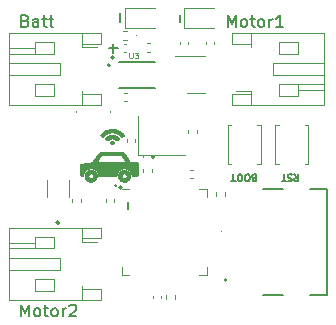
<source format=gbr>
%TF.GenerationSoftware,KiCad,Pcbnew,(6.0.4)*%
%TF.CreationDate,2023-01-29T14:49:02+00:00*%
%TF.ProjectId,PrettySmallRobot,50726574-7479-4536-9d61-6c6c526f626f,rev?*%
%TF.SameCoordinates,Original*%
%TF.FileFunction,Legend,Top*%
%TF.FilePolarity,Positive*%
%FSLAX46Y46*%
G04 Gerber Fmt 4.6, Leading zero omitted, Abs format (unit mm)*
G04 Created by KiCad (PCBNEW (6.0.4)) date 2023-01-29 14:49:02*
%MOMM*%
%LPD*%
G01*
G04 APERTURE LIST*
%ADD10C,0.150000*%
%ADD11C,0.100000*%
%ADD12C,0.120000*%
%ADD13C,0.127000*%
%ADD14C,0.200000*%
G04 APERTURE END LIST*
D10*
X183010000Y-111450000D02*
G75*
G03*
X183010000Y-111450000I-136015J0D01*
G01*
X180266015Y-114040000D02*
G75*
G03*
X180266015Y-114040000I-136015J0D01*
G01*
X179572030Y-103040000D02*
G75*
G03*
X179572030Y-103040000I-136015J0D01*
G01*
X174916015Y-117030000D02*
G75*
G03*
X174916015Y-117030000I-136015J0D01*
G01*
D11*
G36*
X177658625Y-111896277D02*
G01*
X177663327Y-111893438D01*
X177697243Y-111853599D01*
X177772652Y-111763271D01*
X178003354Y-111484778D01*
X178129745Y-111332761D01*
X178239441Y-111202818D01*
X178320683Y-111108740D01*
X178346957Y-111079462D01*
X178361706Y-111064322D01*
X178365400Y-111061270D01*
X178369468Y-111058393D01*
X178374047Y-111055685D01*
X178379276Y-111053141D01*
X178385293Y-111050756D01*
X178392237Y-111048525D01*
X178400246Y-111046442D01*
X178409458Y-111044503D01*
X178420011Y-111042703D01*
X178432045Y-111041036D01*
X178445696Y-111039498D01*
X178461105Y-111038083D01*
X178478408Y-111036787D01*
X178497744Y-111035604D01*
X178543068Y-111033558D01*
X178598185Y-111031904D01*
X178664201Y-111030603D01*
X178742222Y-111029612D01*
X178833354Y-111028893D01*
X178938705Y-111028404D01*
X179059381Y-111028105D01*
X179351132Y-111027914D01*
X179831125Y-111029076D01*
X180126671Y-111033453D01*
X180219084Y-111037266D01*
X180281953Y-111042385D01*
X180320802Y-111048978D01*
X180341153Y-111057211D01*
X180346808Y-111062318D01*
X180355043Y-111071414D01*
X180365701Y-111084276D01*
X180378619Y-111100681D01*
X180410605Y-111143230D01*
X180449725Y-111197275D01*
X180494703Y-111261036D01*
X180544265Y-111332728D01*
X180597134Y-111410568D01*
X180652035Y-111492773D01*
X180921093Y-111899038D01*
X181193921Y-111899511D01*
X181324172Y-111899131D01*
X181375997Y-111899991D01*
X181419841Y-111902915D01*
X181438976Y-111905469D01*
X181456365Y-111908923D01*
X181472090Y-111913403D01*
X181486234Y-111919039D01*
X181498879Y-111925956D01*
X181510110Y-111934283D01*
X181520008Y-111944148D01*
X181528656Y-111955679D01*
X181536139Y-111969003D01*
X181542537Y-111984248D01*
X181547935Y-112001542D01*
X181552415Y-112021013D01*
X181556061Y-112042788D01*
X181558954Y-112066995D01*
X181562817Y-112123216D01*
X181564666Y-112190699D01*
X181565166Y-112270466D01*
X181564770Y-112470938D01*
X181564770Y-112962515D01*
X181506573Y-113012610D01*
X181497011Y-113020620D01*
X181487843Y-113027738D01*
X181483325Y-113030979D01*
X181478808Y-113034016D01*
X181474261Y-113036855D01*
X181469650Y-113039504D01*
X181464943Y-113041969D01*
X181460109Y-113044256D01*
X181455114Y-113046371D01*
X181449926Y-113048322D01*
X181444513Y-113050114D01*
X181438842Y-113051754D01*
X181432882Y-113053249D01*
X181426600Y-113054606D01*
X181419963Y-113055829D01*
X181412940Y-113056927D01*
X181405497Y-113057906D01*
X181397603Y-113058771D01*
X181380331Y-113060189D01*
X181360865Y-113061233D01*
X181338946Y-113061954D01*
X181314316Y-113062405D01*
X181286716Y-113062638D01*
X181255887Y-113062704D01*
X181063397Y-113062704D01*
X181039792Y-112936133D01*
X181033766Y-112907175D01*
X181026581Y-112878813D01*
X181018264Y-112851068D01*
X181008839Y-112823961D01*
X180998334Y-112797515D01*
X180986775Y-112771750D01*
X180974188Y-112746689D01*
X180960599Y-112722352D01*
X180946034Y-112698761D01*
X180930519Y-112675938D01*
X180914081Y-112653905D01*
X180896746Y-112632682D01*
X180878540Y-112612292D01*
X180859489Y-112592755D01*
X180839619Y-112574094D01*
X180818957Y-112556330D01*
X180797528Y-112539484D01*
X180775360Y-112523579D01*
X180752478Y-112508634D01*
X180728908Y-112494673D01*
X180704676Y-112481717D01*
X180679809Y-112469787D01*
X180654333Y-112458904D01*
X180628274Y-112449091D01*
X180601658Y-112440368D01*
X180574512Y-112432757D01*
X180546862Y-112426281D01*
X180518733Y-112420959D01*
X180490152Y-112416815D01*
X180461145Y-112413869D01*
X180431739Y-112412142D01*
X180401959Y-112411657D01*
X180372577Y-112412498D01*
X180343491Y-112414625D01*
X180314735Y-112418011D01*
X180286341Y-112422630D01*
X180258343Y-112428451D01*
X180230775Y-112435449D01*
X180203669Y-112443595D01*
X180177059Y-112452862D01*
X180150979Y-112463221D01*
X180125462Y-112474646D01*
X180100541Y-112487107D01*
X180076249Y-112500578D01*
X180052620Y-112515031D01*
X180029687Y-112530437D01*
X180007484Y-112546770D01*
X179986044Y-112564001D01*
X179965401Y-112582103D01*
X179945587Y-112601048D01*
X179926635Y-112620808D01*
X179908581Y-112641355D01*
X179891456Y-112662661D01*
X179875294Y-112684700D01*
X179860128Y-112707443D01*
X179845993Y-112730862D01*
X179832920Y-112754929D01*
X179820944Y-112779618D01*
X179810098Y-112804899D01*
X179800415Y-112830746D01*
X179791929Y-112857130D01*
X179784673Y-112884024D01*
X179778680Y-112911400D01*
X179773983Y-112939230D01*
X179757687Y-113052313D01*
X178994915Y-113058310D01*
X178232129Y-113064306D01*
X178232129Y-113002005D01*
X178231355Y-112985345D01*
X178229102Y-112966846D01*
X178225469Y-112946765D01*
X178220556Y-112925358D01*
X178214462Y-112902881D01*
X178207288Y-112879590D01*
X178199133Y-112855741D01*
X178190096Y-112831591D01*
X178180279Y-112807395D01*
X178169780Y-112783410D01*
X178158699Y-112759892D01*
X178147137Y-112737097D01*
X178135192Y-112715281D01*
X178122966Y-112694701D01*
X178110557Y-112675611D01*
X178098065Y-112658270D01*
X178085930Y-112643017D01*
X178073070Y-112628108D01*
X178045303Y-112599377D01*
X178015034Y-112572189D01*
X177982530Y-112546660D01*
X177948060Y-112522903D01*
X177911891Y-112501031D01*
X177874293Y-112481159D01*
X177835532Y-112463400D01*
X177795877Y-112447869D01*
X177755596Y-112434678D01*
X177714958Y-112423943D01*
X177674231Y-112415777D01*
X177633682Y-112410293D01*
X177593580Y-112407606D01*
X177554193Y-112407830D01*
X177534852Y-112409069D01*
X177515789Y-112411078D01*
X177488799Y-112415080D01*
X177462132Y-112420191D01*
X177435816Y-112426382D01*
X177409879Y-112433629D01*
X177384347Y-112441904D01*
X177359248Y-112451182D01*
X177334609Y-112461437D01*
X177310457Y-112472641D01*
X177263723Y-112497797D01*
X177219263Y-112526440D01*
X177177295Y-112558361D01*
X177138035Y-112593350D01*
X177101702Y-112631197D01*
X177068512Y-112671694D01*
X177038682Y-112714630D01*
X177025096Y-112736948D01*
X177012431Y-112759797D01*
X177000715Y-112783151D01*
X176989975Y-112806985D01*
X176980238Y-112831271D01*
X176971532Y-112855984D01*
X176963883Y-112881097D01*
X176957318Y-112906585D01*
X176951866Y-112932421D01*
X176947552Y-112958578D01*
X176942947Y-112989598D01*
X176940723Y-113002207D01*
X176938363Y-113013073D01*
X176935728Y-113022340D01*
X176934263Y-113026419D01*
X176932676Y-113030151D01*
X176930950Y-113033556D01*
X176929067Y-113036650D01*
X176927010Y-113039452D01*
X176924761Y-113041979D01*
X176922303Y-113044250D01*
X176919618Y-113046282D01*
X176916688Y-113048094D01*
X176913496Y-113049702D01*
X176910024Y-113051126D01*
X176906255Y-113052383D01*
X176902171Y-113053491D01*
X176897755Y-113054468D01*
X176887856Y-113056100D01*
X176876416Y-113057423D01*
X176848355Y-113059714D01*
X176836226Y-113060472D01*
X176824843Y-113060857D01*
X176814134Y-113060847D01*
X176804025Y-113060419D01*
X176794444Y-113059553D01*
X176785319Y-113058225D01*
X176776577Y-113056415D01*
X176768145Y-113054100D01*
X176759951Y-113051259D01*
X176751923Y-113047870D01*
X176743988Y-113043911D01*
X176736073Y-113039361D01*
X176728106Y-113034197D01*
X176720015Y-113028398D01*
X176711726Y-113021942D01*
X176703167Y-113014807D01*
X176703335Y-113013754D01*
X176643841Y-112962561D01*
X176643841Y-112546072D01*
X176644912Y-112315843D01*
X176646823Y-112240459D01*
X176650156Y-112185827D01*
X176652476Y-112164951D01*
X176655295Y-112147650D01*
X176658660Y-112133388D01*
X176662619Y-112121627D01*
X176667219Y-112111829D01*
X176672509Y-112103457D01*
X176685345Y-112088843D01*
X176688674Y-112085794D01*
X176692408Y-112082810D01*
X176696583Y-112079883D01*
X176701241Y-112077004D01*
X176706417Y-112074167D01*
X176712153Y-112071361D01*
X176718485Y-112068580D01*
X176725453Y-112065815D01*
X176741450Y-112060301D01*
X176760451Y-112054752D01*
X176782767Y-112049105D01*
X176808705Y-112043293D01*
X176838574Y-112037251D01*
X176872683Y-112030915D01*
X176911340Y-112024218D01*
X176954854Y-112017095D01*
X177003533Y-112009480D01*
X177057687Y-112001310D01*
X177183651Y-111983038D01*
X177362821Y-111955835D01*
X177512982Y-111929878D01*
X177572266Y-111918284D01*
X177618397Y-111908101D01*
X177648290Y-111900000D01*
X178042309Y-111900000D01*
X179300000Y-111900000D01*
X180188256Y-111896761D01*
X180458465Y-111893292D01*
X180557705Y-111889105D01*
X180557751Y-111889105D01*
X180556780Y-111886543D01*
X180553932Y-111881204D01*
X180542985Y-111862792D01*
X180525677Y-111835063D01*
X180502772Y-111799210D01*
X180443238Y-111707901D01*
X180370511Y-111598410D01*
X180183285Y-111318655D01*
X178527142Y-111318655D01*
X178322598Y-111562002D01*
X178167021Y-111747782D01*
X178080212Y-111852698D01*
X178042309Y-111900000D01*
X177648290Y-111900000D01*
X177649406Y-111899697D01*
X177658625Y-111896277D01*
G37*
X177658625Y-111896277D02*
X177663327Y-111893438D01*
X177697243Y-111853599D01*
X177772652Y-111763271D01*
X178003354Y-111484778D01*
X178129745Y-111332761D01*
X178239441Y-111202818D01*
X178320683Y-111108740D01*
X178346957Y-111079462D01*
X178361706Y-111064322D01*
X178365400Y-111061270D01*
X178369468Y-111058393D01*
X178374047Y-111055685D01*
X178379276Y-111053141D01*
X178385293Y-111050756D01*
X178392237Y-111048525D01*
X178400246Y-111046442D01*
X178409458Y-111044503D01*
X178420011Y-111042703D01*
X178432045Y-111041036D01*
X178445696Y-111039498D01*
X178461105Y-111038083D01*
X178478408Y-111036787D01*
X178497744Y-111035604D01*
X178543068Y-111033558D01*
X178598185Y-111031904D01*
X178664201Y-111030603D01*
X178742222Y-111029612D01*
X178833354Y-111028893D01*
X178938705Y-111028404D01*
X179059381Y-111028105D01*
X179351132Y-111027914D01*
X179831125Y-111029076D01*
X180126671Y-111033453D01*
X180219084Y-111037266D01*
X180281953Y-111042385D01*
X180320802Y-111048978D01*
X180341153Y-111057211D01*
X180346808Y-111062318D01*
X180355043Y-111071414D01*
X180365701Y-111084276D01*
X180378619Y-111100681D01*
X180410605Y-111143230D01*
X180449725Y-111197275D01*
X180494703Y-111261036D01*
X180544265Y-111332728D01*
X180597134Y-111410568D01*
X180652035Y-111492773D01*
X180921093Y-111899038D01*
X181193921Y-111899511D01*
X181324172Y-111899131D01*
X181375997Y-111899991D01*
X181419841Y-111902915D01*
X181438976Y-111905469D01*
X181456365Y-111908923D01*
X181472090Y-111913403D01*
X181486234Y-111919039D01*
X181498879Y-111925956D01*
X181510110Y-111934283D01*
X181520008Y-111944148D01*
X181528656Y-111955679D01*
X181536139Y-111969003D01*
X181542537Y-111984248D01*
X181547935Y-112001542D01*
X181552415Y-112021013D01*
X181556061Y-112042788D01*
X181558954Y-112066995D01*
X181562817Y-112123216D01*
X181564666Y-112190699D01*
X181565166Y-112270466D01*
X181564770Y-112470938D01*
X181564770Y-112962515D01*
X181506573Y-113012610D01*
X181497011Y-113020620D01*
X181487843Y-113027738D01*
X181483325Y-113030979D01*
X181478808Y-113034016D01*
X181474261Y-113036855D01*
X181469650Y-113039504D01*
X181464943Y-113041969D01*
X181460109Y-113044256D01*
X181455114Y-113046371D01*
X181449926Y-113048322D01*
X181444513Y-113050114D01*
X181438842Y-113051754D01*
X181432882Y-113053249D01*
X181426600Y-113054606D01*
X181419963Y-113055829D01*
X181412940Y-113056927D01*
X181405497Y-113057906D01*
X181397603Y-113058771D01*
X181380331Y-113060189D01*
X181360865Y-113061233D01*
X181338946Y-113061954D01*
X181314316Y-113062405D01*
X181286716Y-113062638D01*
X181255887Y-113062704D01*
X181063397Y-113062704D01*
X181039792Y-112936133D01*
X181033766Y-112907175D01*
X181026581Y-112878813D01*
X181018264Y-112851068D01*
X181008839Y-112823961D01*
X180998334Y-112797515D01*
X180986775Y-112771750D01*
X180974188Y-112746689D01*
X180960599Y-112722352D01*
X180946034Y-112698761D01*
X180930519Y-112675938D01*
X180914081Y-112653905D01*
X180896746Y-112632682D01*
X180878540Y-112612292D01*
X180859489Y-112592755D01*
X180839619Y-112574094D01*
X180818957Y-112556330D01*
X180797528Y-112539484D01*
X180775360Y-112523579D01*
X180752478Y-112508634D01*
X180728908Y-112494673D01*
X180704676Y-112481717D01*
X180679809Y-112469787D01*
X180654333Y-112458904D01*
X180628274Y-112449091D01*
X180601658Y-112440368D01*
X180574512Y-112432757D01*
X180546862Y-112426281D01*
X180518733Y-112420959D01*
X180490152Y-112416815D01*
X180461145Y-112413869D01*
X180431739Y-112412142D01*
X180401959Y-112411657D01*
X180372577Y-112412498D01*
X180343491Y-112414625D01*
X180314735Y-112418011D01*
X180286341Y-112422630D01*
X180258343Y-112428451D01*
X180230775Y-112435449D01*
X180203669Y-112443595D01*
X180177059Y-112452862D01*
X180150979Y-112463221D01*
X180125462Y-112474646D01*
X180100541Y-112487107D01*
X180076249Y-112500578D01*
X180052620Y-112515031D01*
X180029687Y-112530437D01*
X180007484Y-112546770D01*
X179986044Y-112564001D01*
X179965401Y-112582103D01*
X179945587Y-112601048D01*
X179926635Y-112620808D01*
X179908581Y-112641355D01*
X179891456Y-112662661D01*
X179875294Y-112684700D01*
X179860128Y-112707443D01*
X179845993Y-112730862D01*
X179832920Y-112754929D01*
X179820944Y-112779618D01*
X179810098Y-112804899D01*
X179800415Y-112830746D01*
X179791929Y-112857130D01*
X179784673Y-112884024D01*
X179778680Y-112911400D01*
X179773983Y-112939230D01*
X179757687Y-113052313D01*
X178994915Y-113058310D01*
X178232129Y-113064306D01*
X178232129Y-113002005D01*
X178231355Y-112985345D01*
X178229102Y-112966846D01*
X178225469Y-112946765D01*
X178220556Y-112925358D01*
X178214462Y-112902881D01*
X178207288Y-112879590D01*
X178199133Y-112855741D01*
X178190096Y-112831591D01*
X178180279Y-112807395D01*
X178169780Y-112783410D01*
X178158699Y-112759892D01*
X178147137Y-112737097D01*
X178135192Y-112715281D01*
X178122966Y-112694701D01*
X178110557Y-112675611D01*
X178098065Y-112658270D01*
X178085930Y-112643017D01*
X178073070Y-112628108D01*
X178045303Y-112599377D01*
X178015034Y-112572189D01*
X177982530Y-112546660D01*
X177948060Y-112522903D01*
X177911891Y-112501031D01*
X177874293Y-112481159D01*
X177835532Y-112463400D01*
X177795877Y-112447869D01*
X177755596Y-112434678D01*
X177714958Y-112423943D01*
X177674231Y-112415777D01*
X177633682Y-112410293D01*
X177593580Y-112407606D01*
X177554193Y-112407830D01*
X177534852Y-112409069D01*
X177515789Y-112411078D01*
X177488799Y-112415080D01*
X177462132Y-112420191D01*
X177435816Y-112426382D01*
X177409879Y-112433629D01*
X177384347Y-112441904D01*
X177359248Y-112451182D01*
X177334609Y-112461437D01*
X177310457Y-112472641D01*
X177263723Y-112497797D01*
X177219263Y-112526440D01*
X177177295Y-112558361D01*
X177138035Y-112593350D01*
X177101702Y-112631197D01*
X177068512Y-112671694D01*
X177038682Y-112714630D01*
X177025096Y-112736948D01*
X177012431Y-112759797D01*
X177000715Y-112783151D01*
X176989975Y-112806985D01*
X176980238Y-112831271D01*
X176971532Y-112855984D01*
X176963883Y-112881097D01*
X176957318Y-112906585D01*
X176951866Y-112932421D01*
X176947552Y-112958578D01*
X176942947Y-112989598D01*
X176940723Y-113002207D01*
X176938363Y-113013073D01*
X176935728Y-113022340D01*
X176934263Y-113026419D01*
X176932676Y-113030151D01*
X176930950Y-113033556D01*
X176929067Y-113036650D01*
X176927010Y-113039452D01*
X176924761Y-113041979D01*
X176922303Y-113044250D01*
X176919618Y-113046282D01*
X176916688Y-113048094D01*
X176913496Y-113049702D01*
X176910024Y-113051126D01*
X176906255Y-113052383D01*
X176902171Y-113053491D01*
X176897755Y-113054468D01*
X176887856Y-113056100D01*
X176876416Y-113057423D01*
X176848355Y-113059714D01*
X176836226Y-113060472D01*
X176824843Y-113060857D01*
X176814134Y-113060847D01*
X176804025Y-113060419D01*
X176794444Y-113059553D01*
X176785319Y-113058225D01*
X176776577Y-113056415D01*
X176768145Y-113054100D01*
X176759951Y-113051259D01*
X176751923Y-113047870D01*
X176743988Y-113043911D01*
X176736073Y-113039361D01*
X176728106Y-113034197D01*
X176720015Y-113028398D01*
X176711726Y-113021942D01*
X176703167Y-113014807D01*
X176703335Y-113013754D01*
X176643841Y-112962561D01*
X176643841Y-112546072D01*
X176644912Y-112315843D01*
X176646823Y-112240459D01*
X176650156Y-112185827D01*
X176652476Y-112164951D01*
X176655295Y-112147650D01*
X176658660Y-112133388D01*
X176662619Y-112121627D01*
X176667219Y-112111829D01*
X176672509Y-112103457D01*
X176685345Y-112088843D01*
X176688674Y-112085794D01*
X176692408Y-112082810D01*
X176696583Y-112079883D01*
X176701241Y-112077004D01*
X176706417Y-112074167D01*
X176712153Y-112071361D01*
X176718485Y-112068580D01*
X176725453Y-112065815D01*
X176741450Y-112060301D01*
X176760451Y-112054752D01*
X176782767Y-112049105D01*
X176808705Y-112043293D01*
X176838574Y-112037251D01*
X176872683Y-112030915D01*
X176911340Y-112024218D01*
X176954854Y-112017095D01*
X177003533Y-112009480D01*
X177057687Y-112001310D01*
X177183651Y-111983038D01*
X177362821Y-111955835D01*
X177512982Y-111929878D01*
X177572266Y-111918284D01*
X177618397Y-111908101D01*
X177648290Y-111900000D01*
X178042309Y-111900000D01*
X179300000Y-111900000D01*
X180188256Y-111896761D01*
X180458465Y-111893292D01*
X180557705Y-111889105D01*
X180557751Y-111889105D01*
X180556780Y-111886543D01*
X180553932Y-111881204D01*
X180542985Y-111862792D01*
X180525677Y-111835063D01*
X180502772Y-111799210D01*
X180443238Y-111707901D01*
X180370511Y-111598410D01*
X180183285Y-111318655D01*
X178527142Y-111318655D01*
X178322598Y-111562002D01*
X178167021Y-111747782D01*
X178080212Y-111852698D01*
X178042309Y-111900000D01*
X177648290Y-111900000D01*
X177649406Y-111899697D01*
X177658625Y-111896277D01*
G36*
X177084587Y-113001454D02*
G01*
X177088135Y-112974727D01*
X177093178Y-112948092D01*
X177099740Y-112921605D01*
X177107843Y-112895323D01*
X177117508Y-112869306D01*
X177128757Y-112843608D01*
X177141613Y-112818289D01*
X177158196Y-112789789D01*
X177176040Y-112762828D01*
X177195076Y-112737413D01*
X177215236Y-112713553D01*
X177236451Y-112691258D01*
X177258651Y-112670536D01*
X177281769Y-112651397D01*
X177305734Y-112633849D01*
X177330478Y-112617900D01*
X177355932Y-112603561D01*
X177382028Y-112590840D01*
X177408695Y-112579745D01*
X177435866Y-112570286D01*
X177463471Y-112562471D01*
X177491442Y-112556310D01*
X177519709Y-112551811D01*
X177548204Y-112548984D01*
X177576857Y-112547836D01*
X177605600Y-112548378D01*
X177634364Y-112550618D01*
X177663080Y-112554564D01*
X177691679Y-112560226D01*
X177720092Y-112567613D01*
X177748250Y-112576734D01*
X177776084Y-112587596D01*
X177803525Y-112600210D01*
X177830505Y-112614585D01*
X177856954Y-112630728D01*
X177882804Y-112648650D01*
X177907985Y-112668358D01*
X177932429Y-112689862D01*
X177956067Y-112713171D01*
X177972451Y-112731020D01*
X177987674Y-112749188D01*
X178001750Y-112767711D01*
X178014692Y-112786623D01*
X178026513Y-112805961D01*
X178037228Y-112825761D01*
X178046849Y-112846056D01*
X178055390Y-112866884D01*
X178062864Y-112888280D01*
X178069284Y-112910278D01*
X178074665Y-112932915D01*
X178079019Y-112956226D01*
X178082360Y-112980247D01*
X178084701Y-113005013D01*
X178086056Y-113030559D01*
X178086438Y-113056921D01*
X178085773Y-113084113D01*
X178083974Y-113110531D01*
X178081023Y-113136214D01*
X178076905Y-113161198D01*
X178071603Y-113185521D01*
X178065100Y-113209223D01*
X178057379Y-113232339D01*
X178048424Y-113254910D01*
X178038219Y-113276971D01*
X178026746Y-113298562D01*
X178013990Y-113319720D01*
X177999933Y-113340482D01*
X177984560Y-113360888D01*
X177967852Y-113380974D01*
X177949795Y-113400779D01*
X177930371Y-113420340D01*
X177904592Y-113443502D01*
X177877264Y-113464656D01*
X177848540Y-113483769D01*
X177818571Y-113500807D01*
X177787509Y-113515738D01*
X177755507Y-113528529D01*
X177722716Y-113539146D01*
X177689290Y-113547558D01*
X177655379Y-113553731D01*
X177621135Y-113557632D01*
X177586712Y-113559228D01*
X177552261Y-113558486D01*
X177517934Y-113555374D01*
X177483883Y-113549859D01*
X177450260Y-113541906D01*
X177417218Y-113531485D01*
X177390573Y-113521120D01*
X177364870Y-113509412D01*
X177340130Y-113496419D01*
X177316377Y-113482197D01*
X177293632Y-113466806D01*
X177271917Y-113450300D01*
X177251255Y-113432739D01*
X177231667Y-113414179D01*
X177213176Y-113394678D01*
X177195804Y-113374293D01*
X177179574Y-113353082D01*
X177164506Y-113331101D01*
X177150625Y-113308408D01*
X177137951Y-113285061D01*
X177126506Y-113261117D01*
X177116314Y-113236633D01*
X177107397Y-113211667D01*
X177099775Y-113186276D01*
X177093472Y-113160517D01*
X177088510Y-113134448D01*
X177084911Y-113108125D01*
X177082697Y-113081608D01*
X177081890Y-113054951D01*
X177081950Y-113052359D01*
X177380887Y-113052359D01*
X177381213Y-113069722D01*
X177382208Y-113086103D01*
X177383896Y-113101548D01*
X177386302Y-113116103D01*
X177389449Y-113129812D01*
X177393363Y-113142723D01*
X177398067Y-113154881D01*
X177403586Y-113166332D01*
X177409944Y-113177122D01*
X177417166Y-113187297D01*
X177425275Y-113196903D01*
X177434297Y-113205985D01*
X177444255Y-113214590D01*
X177455174Y-113222763D01*
X177467078Y-113230550D01*
X177479992Y-113237997D01*
X177493449Y-113244897D01*
X177506758Y-113250896D01*
X177519939Y-113255994D01*
X177533014Y-113260190D01*
X177546004Y-113263484D01*
X177558929Y-113265874D01*
X177571811Y-113267361D01*
X177584671Y-113267944D01*
X177597530Y-113267623D01*
X177610409Y-113266396D01*
X177623329Y-113264264D01*
X177636312Y-113261225D01*
X177649377Y-113257280D01*
X177662546Y-113252427D01*
X177675841Y-113246666D01*
X177689282Y-113239996D01*
X177689373Y-113240820D01*
X177699742Y-113235036D01*
X177709600Y-113228690D01*
X177718942Y-113221811D01*
X177727765Y-113214428D01*
X177736063Y-113206569D01*
X177743831Y-113198264D01*
X177751064Y-113189542D01*
X177757758Y-113180432D01*
X177763907Y-113170962D01*
X177769506Y-113161161D01*
X177774551Y-113151059D01*
X177779036Y-113140685D01*
X177782957Y-113130067D01*
X177786309Y-113119234D01*
X177789087Y-113108215D01*
X177791285Y-113097040D01*
X177792899Y-113085737D01*
X177793925Y-113074336D01*
X177794356Y-113062864D01*
X177794189Y-113051352D01*
X177793418Y-113039827D01*
X177792038Y-113028320D01*
X177790045Y-113016859D01*
X177787433Y-113005472D01*
X177784198Y-112994190D01*
X177780334Y-112983040D01*
X177775837Y-112972052D01*
X177770701Y-112961255D01*
X177764923Y-112950678D01*
X177758497Y-112940349D01*
X177751417Y-112930298D01*
X177743680Y-112920553D01*
X177737460Y-112913393D01*
X177731139Y-112906576D01*
X177724717Y-112900103D01*
X177718195Y-112893972D01*
X177711574Y-112888186D01*
X177704856Y-112882743D01*
X177698040Y-112877644D01*
X177691129Y-112872889D01*
X177684122Y-112868478D01*
X177677022Y-112864412D01*
X177669828Y-112860691D01*
X177662542Y-112857315D01*
X177655165Y-112854285D01*
X177647697Y-112851599D01*
X177640140Y-112849259D01*
X177632494Y-112847265D01*
X177624762Y-112845617D01*
X177616942Y-112844316D01*
X177609037Y-112843360D01*
X177601047Y-112842751D01*
X177592974Y-112842489D01*
X177584818Y-112842574D01*
X177576580Y-112843007D01*
X177568261Y-112843786D01*
X177559862Y-112844914D01*
X177551384Y-112846389D01*
X177542829Y-112848212D01*
X177534196Y-112850383D01*
X177525487Y-112852903D01*
X177516703Y-112855771D01*
X177507845Y-112858988D01*
X177498913Y-112862555D01*
X177483333Y-112869505D01*
X177469006Y-112876855D01*
X177462303Y-112880697D01*
X177455900Y-112884659D01*
X177449793Y-112888748D01*
X177443979Y-112892971D01*
X177438452Y-112897335D01*
X177433209Y-112901847D01*
X177428244Y-112906514D01*
X177423555Y-112911342D01*
X177419137Y-112916338D01*
X177414984Y-112921510D01*
X177411094Y-112926863D01*
X177407462Y-112932406D01*
X177404083Y-112938144D01*
X177400953Y-112944084D01*
X177398067Y-112950234D01*
X177395423Y-112956601D01*
X177393014Y-112963190D01*
X177390838Y-112970010D01*
X177388889Y-112977066D01*
X177387164Y-112984366D01*
X177385658Y-112991916D01*
X177384366Y-112999724D01*
X177383285Y-113007796D01*
X177382410Y-113016139D01*
X177381262Y-113033666D01*
X177380887Y-113052359D01*
X177081950Y-113052359D01*
X177082512Y-113028214D01*
X177084587Y-113001454D01*
G37*
X177084587Y-113001454D02*
X177088135Y-112974727D01*
X177093178Y-112948092D01*
X177099740Y-112921605D01*
X177107843Y-112895323D01*
X177117508Y-112869306D01*
X177128757Y-112843608D01*
X177141613Y-112818289D01*
X177158196Y-112789789D01*
X177176040Y-112762828D01*
X177195076Y-112737413D01*
X177215236Y-112713553D01*
X177236451Y-112691258D01*
X177258651Y-112670536D01*
X177281769Y-112651397D01*
X177305734Y-112633849D01*
X177330478Y-112617900D01*
X177355932Y-112603561D01*
X177382028Y-112590840D01*
X177408695Y-112579745D01*
X177435866Y-112570286D01*
X177463471Y-112562471D01*
X177491442Y-112556310D01*
X177519709Y-112551811D01*
X177548204Y-112548984D01*
X177576857Y-112547836D01*
X177605600Y-112548378D01*
X177634364Y-112550618D01*
X177663080Y-112554564D01*
X177691679Y-112560226D01*
X177720092Y-112567613D01*
X177748250Y-112576734D01*
X177776084Y-112587596D01*
X177803525Y-112600210D01*
X177830505Y-112614585D01*
X177856954Y-112630728D01*
X177882804Y-112648650D01*
X177907985Y-112668358D01*
X177932429Y-112689862D01*
X177956067Y-112713171D01*
X177972451Y-112731020D01*
X177987674Y-112749188D01*
X178001750Y-112767711D01*
X178014692Y-112786623D01*
X178026513Y-112805961D01*
X178037228Y-112825761D01*
X178046849Y-112846056D01*
X178055390Y-112866884D01*
X178062864Y-112888280D01*
X178069284Y-112910278D01*
X178074665Y-112932915D01*
X178079019Y-112956226D01*
X178082360Y-112980247D01*
X178084701Y-113005013D01*
X178086056Y-113030559D01*
X178086438Y-113056921D01*
X178085773Y-113084113D01*
X178083974Y-113110531D01*
X178081023Y-113136214D01*
X178076905Y-113161198D01*
X178071603Y-113185521D01*
X178065100Y-113209223D01*
X178057379Y-113232339D01*
X178048424Y-113254910D01*
X178038219Y-113276971D01*
X178026746Y-113298562D01*
X178013990Y-113319720D01*
X177999933Y-113340482D01*
X177984560Y-113360888D01*
X177967852Y-113380974D01*
X177949795Y-113400779D01*
X177930371Y-113420340D01*
X177904592Y-113443502D01*
X177877264Y-113464656D01*
X177848540Y-113483769D01*
X177818571Y-113500807D01*
X177787509Y-113515738D01*
X177755507Y-113528529D01*
X177722716Y-113539146D01*
X177689290Y-113547558D01*
X177655379Y-113553731D01*
X177621135Y-113557632D01*
X177586712Y-113559228D01*
X177552261Y-113558486D01*
X177517934Y-113555374D01*
X177483883Y-113549859D01*
X177450260Y-113541906D01*
X177417218Y-113531485D01*
X177390573Y-113521120D01*
X177364870Y-113509412D01*
X177340130Y-113496419D01*
X177316377Y-113482197D01*
X177293632Y-113466806D01*
X177271917Y-113450300D01*
X177251255Y-113432739D01*
X177231667Y-113414179D01*
X177213176Y-113394678D01*
X177195804Y-113374293D01*
X177179574Y-113353082D01*
X177164506Y-113331101D01*
X177150625Y-113308408D01*
X177137951Y-113285061D01*
X177126506Y-113261117D01*
X177116314Y-113236633D01*
X177107397Y-113211667D01*
X177099775Y-113186276D01*
X177093472Y-113160517D01*
X177088510Y-113134448D01*
X177084911Y-113108125D01*
X177082697Y-113081608D01*
X177081890Y-113054951D01*
X177081950Y-113052359D01*
X177380887Y-113052359D01*
X177381213Y-113069722D01*
X177382208Y-113086103D01*
X177383896Y-113101548D01*
X177386302Y-113116103D01*
X177389449Y-113129812D01*
X177393363Y-113142723D01*
X177398067Y-113154881D01*
X177403586Y-113166332D01*
X177409944Y-113177122D01*
X177417166Y-113187297D01*
X177425275Y-113196903D01*
X177434297Y-113205985D01*
X177444255Y-113214590D01*
X177455174Y-113222763D01*
X177467078Y-113230550D01*
X177479992Y-113237997D01*
X177493449Y-113244897D01*
X177506758Y-113250896D01*
X177519939Y-113255994D01*
X177533014Y-113260190D01*
X177546004Y-113263484D01*
X177558929Y-113265874D01*
X177571811Y-113267361D01*
X177584671Y-113267944D01*
X177597530Y-113267623D01*
X177610409Y-113266396D01*
X177623329Y-113264264D01*
X177636312Y-113261225D01*
X177649377Y-113257280D01*
X177662546Y-113252427D01*
X177675841Y-113246666D01*
X177689282Y-113239996D01*
X177689373Y-113240820D01*
X177699742Y-113235036D01*
X177709600Y-113228690D01*
X177718942Y-113221811D01*
X177727765Y-113214428D01*
X177736063Y-113206569D01*
X177743831Y-113198264D01*
X177751064Y-113189542D01*
X177757758Y-113180432D01*
X177763907Y-113170962D01*
X177769506Y-113161161D01*
X177774551Y-113151059D01*
X177779036Y-113140685D01*
X177782957Y-113130067D01*
X177786309Y-113119234D01*
X177789087Y-113108215D01*
X177791285Y-113097040D01*
X177792899Y-113085737D01*
X177793925Y-113074336D01*
X177794356Y-113062864D01*
X177794189Y-113051352D01*
X177793418Y-113039827D01*
X177792038Y-113028320D01*
X177790045Y-113016859D01*
X177787433Y-113005472D01*
X177784198Y-112994190D01*
X177780334Y-112983040D01*
X177775837Y-112972052D01*
X177770701Y-112961255D01*
X177764923Y-112950678D01*
X177758497Y-112940349D01*
X177751417Y-112930298D01*
X177743680Y-112920553D01*
X177737460Y-112913393D01*
X177731139Y-112906576D01*
X177724717Y-112900103D01*
X177718195Y-112893972D01*
X177711574Y-112888186D01*
X177704856Y-112882743D01*
X177698040Y-112877644D01*
X177691129Y-112872889D01*
X177684122Y-112868478D01*
X177677022Y-112864412D01*
X177669828Y-112860691D01*
X177662542Y-112857315D01*
X177655165Y-112854285D01*
X177647697Y-112851599D01*
X177640140Y-112849259D01*
X177632494Y-112847265D01*
X177624762Y-112845617D01*
X177616942Y-112844316D01*
X177609037Y-112843360D01*
X177601047Y-112842751D01*
X177592974Y-112842489D01*
X177584818Y-112842574D01*
X177576580Y-112843007D01*
X177568261Y-112843786D01*
X177559862Y-112844914D01*
X177551384Y-112846389D01*
X177542829Y-112848212D01*
X177534196Y-112850383D01*
X177525487Y-112852903D01*
X177516703Y-112855771D01*
X177507845Y-112858988D01*
X177498913Y-112862555D01*
X177483333Y-112869505D01*
X177469006Y-112876855D01*
X177462303Y-112880697D01*
X177455900Y-112884659D01*
X177449793Y-112888748D01*
X177443979Y-112892971D01*
X177438452Y-112897335D01*
X177433209Y-112901847D01*
X177428244Y-112906514D01*
X177423555Y-112911342D01*
X177419137Y-112916338D01*
X177414984Y-112921510D01*
X177411094Y-112926863D01*
X177407462Y-112932406D01*
X177404083Y-112938144D01*
X177400953Y-112944084D01*
X177398067Y-112950234D01*
X177395423Y-112956601D01*
X177393014Y-112963190D01*
X177390838Y-112970010D01*
X177388889Y-112977066D01*
X177387164Y-112984366D01*
X177385658Y-112991916D01*
X177384366Y-112999724D01*
X177383285Y-113007796D01*
X177382410Y-113016139D01*
X177381262Y-113033666D01*
X177380887Y-113052359D01*
X177081950Y-113052359D01*
X177082512Y-113028214D01*
X177084587Y-113001454D01*
D10*
X185100000Y-99400000D02*
X185100000Y-100000000D01*
X179770711Y-113890000D02*
G75*
G03*
X179770711Y-113890000I-70711J0D01*
G01*
X179256056Y-107660000D02*
G75*
G03*
X179256056Y-107660000I-36056J0D01*
G01*
D11*
G36*
X179393057Y-110092456D02*
G01*
X179403429Y-110093531D01*
X179413779Y-110095392D01*
X179424060Y-110098052D01*
X179434229Y-110101526D01*
X179444238Y-110105826D01*
X179454045Y-110110969D01*
X179463602Y-110116966D01*
X179472865Y-110123832D01*
X179481790Y-110131582D01*
X179490330Y-110140228D01*
X179498440Y-110149786D01*
X179503109Y-110155976D01*
X179507422Y-110162224D01*
X179511380Y-110168522D01*
X179514984Y-110174867D01*
X179518235Y-110181251D01*
X179521132Y-110187670D01*
X179523678Y-110194117D01*
X179525872Y-110200587D01*
X179527715Y-110207075D01*
X179529208Y-110213574D01*
X179530352Y-110220078D01*
X179531147Y-110226583D01*
X179531594Y-110233083D01*
X179531693Y-110239571D01*
X179531445Y-110246042D01*
X179530852Y-110252491D01*
X179529913Y-110258912D01*
X179528629Y-110265298D01*
X179527001Y-110271645D01*
X179525030Y-110277946D01*
X179522716Y-110284196D01*
X179520060Y-110290390D01*
X179517063Y-110296521D01*
X179513725Y-110302584D01*
X179510046Y-110308573D01*
X179506029Y-110314483D01*
X179501673Y-110320307D01*
X179496978Y-110326041D01*
X179491947Y-110331678D01*
X179486579Y-110337212D01*
X179480874Y-110342639D01*
X179474835Y-110347952D01*
X179465632Y-110355322D01*
X179456525Y-110361793D01*
X179447484Y-110367370D01*
X179442980Y-110369823D01*
X179438480Y-110372053D01*
X179433982Y-110374060D01*
X179429481Y-110375845D01*
X179424975Y-110377408D01*
X179420459Y-110378750D01*
X179415929Y-110379869D01*
X179411383Y-110380768D01*
X179406815Y-110381446D01*
X179402222Y-110381903D01*
X179397601Y-110382140D01*
X179392948Y-110382156D01*
X179388258Y-110381954D01*
X179383529Y-110381531D01*
X179378756Y-110380890D01*
X179373936Y-110380030D01*
X179369065Y-110378951D01*
X179364139Y-110377654D01*
X179359155Y-110376139D01*
X179354108Y-110374406D01*
X179343812Y-110370289D01*
X179333222Y-110365306D01*
X179322308Y-110359457D01*
X179322339Y-110359488D01*
X179312005Y-110353403D01*
X179302649Y-110347397D01*
X179294227Y-110341390D01*
X179290354Y-110338361D01*
X179286697Y-110335301D01*
X179283252Y-110332201D01*
X179280014Y-110329050D01*
X179276976Y-110325839D01*
X179274134Y-110322556D01*
X179271482Y-110319193D01*
X179269014Y-110315740D01*
X179266726Y-110312185D01*
X179264611Y-110308520D01*
X179262664Y-110304733D01*
X179260880Y-110300816D01*
X179259253Y-110296757D01*
X179257778Y-110292547D01*
X179256450Y-110288176D01*
X179255262Y-110283634D01*
X179254210Y-110278911D01*
X179253288Y-110273996D01*
X179252490Y-110268880D01*
X179251812Y-110263552D01*
X179250790Y-110252223D01*
X179250179Y-110239927D01*
X179249936Y-110226584D01*
X179250355Y-110214390D01*
X179251700Y-110202688D01*
X179253925Y-110191493D01*
X179256986Y-110180817D01*
X179260837Y-110170676D01*
X179265433Y-110161083D01*
X179270729Y-110152053D01*
X179276680Y-110143598D01*
X179283240Y-110135733D01*
X179290364Y-110128472D01*
X179298007Y-110121829D01*
X179306125Y-110115818D01*
X179314671Y-110110453D01*
X179323601Y-110105747D01*
X179332869Y-110101716D01*
X179342431Y-110098372D01*
X179352240Y-110095729D01*
X179362253Y-110093803D01*
X179372423Y-110092605D01*
X179382706Y-110092152D01*
X179393057Y-110092456D01*
G37*
X179393057Y-110092456D02*
X179403429Y-110093531D01*
X179413779Y-110095392D01*
X179424060Y-110098052D01*
X179434229Y-110101526D01*
X179444238Y-110105826D01*
X179454045Y-110110969D01*
X179463602Y-110116966D01*
X179472865Y-110123832D01*
X179481790Y-110131582D01*
X179490330Y-110140228D01*
X179498440Y-110149786D01*
X179503109Y-110155976D01*
X179507422Y-110162224D01*
X179511380Y-110168522D01*
X179514984Y-110174867D01*
X179518235Y-110181251D01*
X179521132Y-110187670D01*
X179523678Y-110194117D01*
X179525872Y-110200587D01*
X179527715Y-110207075D01*
X179529208Y-110213574D01*
X179530352Y-110220078D01*
X179531147Y-110226583D01*
X179531594Y-110233083D01*
X179531693Y-110239571D01*
X179531445Y-110246042D01*
X179530852Y-110252491D01*
X179529913Y-110258912D01*
X179528629Y-110265298D01*
X179527001Y-110271645D01*
X179525030Y-110277946D01*
X179522716Y-110284196D01*
X179520060Y-110290390D01*
X179517063Y-110296521D01*
X179513725Y-110302584D01*
X179510046Y-110308573D01*
X179506029Y-110314483D01*
X179501673Y-110320307D01*
X179496978Y-110326041D01*
X179491947Y-110331678D01*
X179486579Y-110337212D01*
X179480874Y-110342639D01*
X179474835Y-110347952D01*
X179465632Y-110355322D01*
X179456525Y-110361793D01*
X179447484Y-110367370D01*
X179442980Y-110369823D01*
X179438480Y-110372053D01*
X179433982Y-110374060D01*
X179429481Y-110375845D01*
X179424975Y-110377408D01*
X179420459Y-110378750D01*
X179415929Y-110379869D01*
X179411383Y-110380768D01*
X179406815Y-110381446D01*
X179402222Y-110381903D01*
X179397601Y-110382140D01*
X179392948Y-110382156D01*
X179388258Y-110381954D01*
X179383529Y-110381531D01*
X179378756Y-110380890D01*
X179373936Y-110380030D01*
X179369065Y-110378951D01*
X179364139Y-110377654D01*
X179359155Y-110376139D01*
X179354108Y-110374406D01*
X179343812Y-110370289D01*
X179333222Y-110365306D01*
X179322308Y-110359457D01*
X179322339Y-110359488D01*
X179312005Y-110353403D01*
X179302649Y-110347397D01*
X179294227Y-110341390D01*
X179290354Y-110338361D01*
X179286697Y-110335301D01*
X179283252Y-110332201D01*
X179280014Y-110329050D01*
X179276976Y-110325839D01*
X179274134Y-110322556D01*
X179271482Y-110319193D01*
X179269014Y-110315740D01*
X179266726Y-110312185D01*
X179264611Y-110308520D01*
X179262664Y-110304733D01*
X179260880Y-110300816D01*
X179259253Y-110296757D01*
X179257778Y-110292547D01*
X179256450Y-110288176D01*
X179255262Y-110283634D01*
X179254210Y-110278911D01*
X179253288Y-110273996D01*
X179252490Y-110268880D01*
X179251812Y-110263552D01*
X179250790Y-110252223D01*
X179250179Y-110239927D01*
X179249936Y-110226584D01*
X179250355Y-110214390D01*
X179251700Y-110202688D01*
X179253925Y-110191493D01*
X179256986Y-110180817D01*
X179260837Y-110170676D01*
X179265433Y-110161083D01*
X179270729Y-110152053D01*
X179276680Y-110143598D01*
X179283240Y-110135733D01*
X179290364Y-110128472D01*
X179298007Y-110121829D01*
X179306125Y-110115818D01*
X179314671Y-110110453D01*
X179323601Y-110105747D01*
X179332869Y-110101716D01*
X179342431Y-110098372D01*
X179352240Y-110095729D01*
X179362253Y-110093803D01*
X179372423Y-110092605D01*
X179382706Y-110092152D01*
X179393057Y-110092456D01*
G36*
X179425005Y-109581871D02*
G01*
X179445014Y-109583016D01*
X179464413Y-109585043D01*
X179500646Y-109590889D01*
X179537535Y-109599013D01*
X179574771Y-109609244D01*
X179612047Y-109621410D01*
X179649055Y-109635340D01*
X179685486Y-109650862D01*
X179721034Y-109667804D01*
X179755389Y-109685995D01*
X179788244Y-109705264D01*
X179819291Y-109725437D01*
X179848222Y-109746345D01*
X179874729Y-109767815D01*
X179898504Y-109789676D01*
X179919240Y-109811756D01*
X179936628Y-109833883D01*
X179950360Y-109855887D01*
X179954447Y-109863705D01*
X179957820Y-109870850D01*
X179959222Y-109874209D01*
X179960424Y-109877444D01*
X179961419Y-109880572D01*
X179962202Y-109883606D01*
X179962764Y-109886563D01*
X179963099Y-109889457D01*
X179963200Y-109892302D01*
X179963060Y-109895115D01*
X179962671Y-109897910D01*
X179962028Y-109900702D01*
X179961124Y-109903507D01*
X179959950Y-109906338D01*
X179958501Y-109909211D01*
X179956769Y-109912142D01*
X179954747Y-109915145D01*
X179952429Y-109918235D01*
X179949807Y-109921427D01*
X179946875Y-109924737D01*
X179943625Y-109928178D01*
X179940052Y-109931767D01*
X179931903Y-109939447D01*
X179922374Y-109947896D01*
X179911409Y-109957234D01*
X179898953Y-109967581D01*
X179881588Y-109981524D01*
X179865441Y-109993620D01*
X179850316Y-110003869D01*
X179843076Y-110008303D01*
X179836019Y-110012277D01*
X179829119Y-110015791D01*
X179822354Y-110018845D01*
X179815698Y-110021441D01*
X179809126Y-110023578D01*
X179802616Y-110025256D01*
X179796141Y-110026477D01*
X179789679Y-110027240D01*
X179783204Y-110027546D01*
X179776692Y-110027395D01*
X179770118Y-110026788D01*
X179763459Y-110025725D01*
X179756690Y-110024207D01*
X179749787Y-110022233D01*
X179742724Y-110019804D01*
X179735479Y-110016921D01*
X179728025Y-110013584D01*
X179720340Y-110009793D01*
X179712399Y-110005549D01*
X179695649Y-109995703D01*
X179677582Y-109984048D01*
X179658001Y-109970587D01*
X179626384Y-109949692D01*
X179594244Y-109931555D01*
X179561659Y-109916176D01*
X179528706Y-109903556D01*
X179495462Y-109893695D01*
X179462005Y-109886595D01*
X179428410Y-109882256D01*
X179394755Y-109880678D01*
X179361117Y-109881864D01*
X179327573Y-109885813D01*
X179294200Y-109892526D01*
X179261075Y-109902004D01*
X179228275Y-109914248D01*
X179195877Y-109929258D01*
X179163958Y-109947035D01*
X179132596Y-109967581D01*
X179113322Y-109980902D01*
X179095608Y-109992520D01*
X179079260Y-110002451D01*
X179064083Y-110010706D01*
X179056872Y-110014211D01*
X179049882Y-110017301D01*
X179043086Y-110019980D01*
X179036462Y-110022249D01*
X179029984Y-110024110D01*
X179023628Y-110025564D01*
X179017371Y-110026614D01*
X179011187Y-110027260D01*
X179005053Y-110027505D01*
X178998943Y-110027350D01*
X178992834Y-110026797D01*
X178986701Y-110025848D01*
X178980521Y-110024505D01*
X178974268Y-110022768D01*
X178967918Y-110020641D01*
X178961447Y-110018124D01*
X178948045Y-110011930D01*
X178933866Y-110004199D01*
X178918717Y-109994945D01*
X178902401Y-109984183D01*
X178902356Y-109983313D01*
X178887276Y-109972824D01*
X178873894Y-109962899D01*
X178862176Y-109953453D01*
X178856931Y-109948882D01*
X178852089Y-109944397D01*
X178847648Y-109939989D01*
X178843601Y-109935645D01*
X178839947Y-109931356D01*
X178836679Y-109927111D01*
X178833795Y-109922898D01*
X178831290Y-109918706D01*
X178829160Y-109914526D01*
X178827401Y-109910345D01*
X178826008Y-109906154D01*
X178824979Y-109901940D01*
X178824308Y-109897695D01*
X178823992Y-109893405D01*
X178824026Y-109889061D01*
X178824406Y-109884652D01*
X178825129Y-109880167D01*
X178826190Y-109875595D01*
X178827584Y-109870925D01*
X178829309Y-109866147D01*
X178831360Y-109861249D01*
X178833732Y-109856220D01*
X178836422Y-109851051D01*
X178839425Y-109845729D01*
X178846356Y-109834585D01*
X178856059Y-109820807D01*
X178866997Y-109807167D01*
X178879107Y-109793689D01*
X178892330Y-109780398D01*
X178906603Y-109767320D01*
X178921865Y-109754478D01*
X178955109Y-109729606D01*
X178991571Y-109705978D01*
X179030759Y-109683795D01*
X179072182Y-109663254D01*
X179115347Y-109644554D01*
X179159764Y-109627894D01*
X179204940Y-109613471D01*
X179250384Y-109601485D01*
X179295604Y-109592133D01*
X179340109Y-109585615D01*
X179383407Y-109582128D01*
X179404449Y-109581583D01*
X179425005Y-109581871D01*
G37*
X179425005Y-109581871D02*
X179445014Y-109583016D01*
X179464413Y-109585043D01*
X179500646Y-109590889D01*
X179537535Y-109599013D01*
X179574771Y-109609244D01*
X179612047Y-109621410D01*
X179649055Y-109635340D01*
X179685486Y-109650862D01*
X179721034Y-109667804D01*
X179755389Y-109685995D01*
X179788244Y-109705264D01*
X179819291Y-109725437D01*
X179848222Y-109746345D01*
X179874729Y-109767815D01*
X179898504Y-109789676D01*
X179919240Y-109811756D01*
X179936628Y-109833883D01*
X179950360Y-109855887D01*
X179954447Y-109863705D01*
X179957820Y-109870850D01*
X179959222Y-109874209D01*
X179960424Y-109877444D01*
X179961419Y-109880572D01*
X179962202Y-109883606D01*
X179962764Y-109886563D01*
X179963099Y-109889457D01*
X179963200Y-109892302D01*
X179963060Y-109895115D01*
X179962671Y-109897910D01*
X179962028Y-109900702D01*
X179961124Y-109903507D01*
X179959950Y-109906338D01*
X179958501Y-109909211D01*
X179956769Y-109912142D01*
X179954747Y-109915145D01*
X179952429Y-109918235D01*
X179949807Y-109921427D01*
X179946875Y-109924737D01*
X179943625Y-109928178D01*
X179940052Y-109931767D01*
X179931903Y-109939447D01*
X179922374Y-109947896D01*
X179911409Y-109957234D01*
X179898953Y-109967581D01*
X179881588Y-109981524D01*
X179865441Y-109993620D01*
X179850316Y-110003869D01*
X179843076Y-110008303D01*
X179836019Y-110012277D01*
X179829119Y-110015791D01*
X179822354Y-110018845D01*
X179815698Y-110021441D01*
X179809126Y-110023578D01*
X179802616Y-110025256D01*
X179796141Y-110026477D01*
X179789679Y-110027240D01*
X179783204Y-110027546D01*
X179776692Y-110027395D01*
X179770118Y-110026788D01*
X179763459Y-110025725D01*
X179756690Y-110024207D01*
X179749787Y-110022233D01*
X179742724Y-110019804D01*
X179735479Y-110016921D01*
X179728025Y-110013584D01*
X179720340Y-110009793D01*
X179712399Y-110005549D01*
X179695649Y-109995703D01*
X179677582Y-109984048D01*
X179658001Y-109970587D01*
X179626384Y-109949692D01*
X179594244Y-109931555D01*
X179561659Y-109916176D01*
X179528706Y-109903556D01*
X179495462Y-109893695D01*
X179462005Y-109886595D01*
X179428410Y-109882256D01*
X179394755Y-109880678D01*
X179361117Y-109881864D01*
X179327573Y-109885813D01*
X179294200Y-109892526D01*
X179261075Y-109902004D01*
X179228275Y-109914248D01*
X179195877Y-109929258D01*
X179163958Y-109947035D01*
X179132596Y-109967581D01*
X179113322Y-109980902D01*
X179095608Y-109992520D01*
X179079260Y-110002451D01*
X179064083Y-110010706D01*
X179056872Y-110014211D01*
X179049882Y-110017301D01*
X179043086Y-110019980D01*
X179036462Y-110022249D01*
X179029984Y-110024110D01*
X179023628Y-110025564D01*
X179017371Y-110026614D01*
X179011187Y-110027260D01*
X179005053Y-110027505D01*
X178998943Y-110027350D01*
X178992834Y-110026797D01*
X178986701Y-110025848D01*
X178980521Y-110024505D01*
X178974268Y-110022768D01*
X178967918Y-110020641D01*
X178961447Y-110018124D01*
X178948045Y-110011930D01*
X178933866Y-110004199D01*
X178918717Y-109994945D01*
X178902401Y-109984183D01*
X178902356Y-109983313D01*
X178887276Y-109972824D01*
X178873894Y-109962899D01*
X178862176Y-109953453D01*
X178856931Y-109948882D01*
X178852089Y-109944397D01*
X178847648Y-109939989D01*
X178843601Y-109935645D01*
X178839947Y-109931356D01*
X178836679Y-109927111D01*
X178833795Y-109922898D01*
X178831290Y-109918706D01*
X178829160Y-109914526D01*
X178827401Y-109910345D01*
X178826008Y-109906154D01*
X178824979Y-109901940D01*
X178824308Y-109897695D01*
X178823992Y-109893405D01*
X178824026Y-109889061D01*
X178824406Y-109884652D01*
X178825129Y-109880167D01*
X178826190Y-109875595D01*
X178827584Y-109870925D01*
X178829309Y-109866147D01*
X178831360Y-109861249D01*
X178833732Y-109856220D01*
X178836422Y-109851051D01*
X178839425Y-109845729D01*
X178846356Y-109834585D01*
X178856059Y-109820807D01*
X178866997Y-109807167D01*
X178879107Y-109793689D01*
X178892330Y-109780398D01*
X178906603Y-109767320D01*
X178921865Y-109754478D01*
X178955109Y-109729606D01*
X178991571Y-109705978D01*
X179030759Y-109683795D01*
X179072182Y-109663254D01*
X179115347Y-109644554D01*
X179159764Y-109627894D01*
X179204940Y-109613471D01*
X179250384Y-109601485D01*
X179295604Y-109592133D01*
X179340109Y-109585615D01*
X179383407Y-109582128D01*
X179404449Y-109581583D01*
X179425005Y-109581871D01*
D10*
X176382426Y-107660000D02*
G75*
G03*
X176382426Y-107660000I-42426J0D01*
G01*
X180702500Y-115280000D02*
X180702500Y-115880000D01*
D11*
G36*
X179901909Y-113014527D02*
G01*
X179905130Y-112983851D01*
X179910276Y-112953328D01*
X179917368Y-112923048D01*
X179926429Y-112893104D01*
X179937479Y-112863588D01*
X179950541Y-112834590D01*
X179965635Y-112806204D01*
X179982783Y-112778519D01*
X180002006Y-112751629D01*
X180023326Y-112725625D01*
X180046765Y-112700598D01*
X180071340Y-112677441D01*
X180096745Y-112656234D01*
X180122903Y-112636960D01*
X180149738Y-112619606D01*
X180177174Y-112604159D01*
X180205135Y-112590602D01*
X180233546Y-112578923D01*
X180262330Y-112569106D01*
X180291411Y-112561138D01*
X180320713Y-112555004D01*
X180350160Y-112550690D01*
X180379677Y-112548182D01*
X180409187Y-112547465D01*
X180438614Y-112548525D01*
X180467883Y-112551347D01*
X180496916Y-112555918D01*
X180525639Y-112562223D01*
X180553975Y-112570247D01*
X180581849Y-112579977D01*
X180609184Y-112591399D01*
X180635904Y-112604497D01*
X180661933Y-112619257D01*
X180687196Y-112635666D01*
X180711616Y-112653709D01*
X180735117Y-112673371D01*
X180757624Y-112694638D01*
X180779060Y-112717497D01*
X180799349Y-112741932D01*
X180818416Y-112767930D01*
X180836184Y-112795476D01*
X180852577Y-112824555D01*
X180867520Y-112855154D01*
X180882400Y-112891813D01*
X180894013Y-112928597D01*
X180902464Y-112965393D01*
X180907856Y-113002090D01*
X180910295Y-113038574D01*
X180909885Y-113074733D01*
X180906730Y-113110454D01*
X180900934Y-113145625D01*
X180892602Y-113180131D01*
X180881839Y-113213862D01*
X180868748Y-113246704D01*
X180853433Y-113278545D01*
X180836001Y-113309271D01*
X180816554Y-113338771D01*
X180795197Y-113366931D01*
X180772034Y-113393639D01*
X180747171Y-113418782D01*
X180720710Y-113442247D01*
X180692757Y-113463922D01*
X180663417Y-113483694D01*
X180632792Y-113501450D01*
X180600988Y-113517078D01*
X180568110Y-113530464D01*
X180534261Y-113541497D01*
X180499546Y-113550064D01*
X180464069Y-113556051D01*
X180427934Y-113559346D01*
X180391247Y-113559837D01*
X180354111Y-113557410D01*
X180316631Y-113551954D01*
X180278911Y-113543355D01*
X180241055Y-113531500D01*
X180241055Y-113531485D01*
X180208796Y-113518794D01*
X180178013Y-113504331D01*
X180148726Y-113488185D01*
X180120957Y-113470449D01*
X180094727Y-113451216D01*
X180070059Y-113430575D01*
X180046972Y-113408620D01*
X180025490Y-113385441D01*
X180005632Y-113361131D01*
X179987421Y-113335781D01*
X179970878Y-113309483D01*
X179956025Y-113282328D01*
X179942883Y-113254409D01*
X179931472Y-113225816D01*
X179921816Y-113196642D01*
X179913935Y-113166979D01*
X179907851Y-113136918D01*
X179903585Y-113106550D01*
X179901158Y-113075968D01*
X179900779Y-113055423D01*
X180191642Y-113055423D01*
X180192059Y-113063625D01*
X180193099Y-113071859D01*
X180194771Y-113080246D01*
X180197086Y-113088908D01*
X180200055Y-113097967D01*
X180203687Y-113107545D01*
X180207993Y-113117765D01*
X180212984Y-113128748D01*
X180218670Y-113140616D01*
X180225590Y-113153948D01*
X180232927Y-113166576D01*
X180240664Y-113178495D01*
X180248779Y-113189701D01*
X180257253Y-113200191D01*
X180266067Y-113209962D01*
X180275200Y-113219010D01*
X180284632Y-113227331D01*
X180294345Y-113234922D01*
X180304317Y-113241779D01*
X180314530Y-113247899D01*
X180324963Y-113253278D01*
X180335597Y-113257913D01*
X180346412Y-113261799D01*
X180357387Y-113264935D01*
X180368504Y-113267315D01*
X180379742Y-113268937D01*
X180391082Y-113269796D01*
X180402504Y-113269890D01*
X180413988Y-113269215D01*
X180425514Y-113267767D01*
X180437062Y-113265543D01*
X180448613Y-113262539D01*
X180460146Y-113258751D01*
X180471643Y-113254176D01*
X180483083Y-113248811D01*
X180494446Y-113242652D01*
X180505713Y-113235695D01*
X180516864Y-113227937D01*
X180527878Y-113219374D01*
X180538737Y-113210003D01*
X180549420Y-113199820D01*
X180549435Y-113199820D01*
X180557786Y-113191194D01*
X180565626Y-113182529D01*
X180572956Y-113173827D01*
X180579775Y-113165092D01*
X180586083Y-113156326D01*
X180591881Y-113147531D01*
X180597167Y-113138710D01*
X180601943Y-113129865D01*
X180606207Y-113120999D01*
X180609960Y-113112115D01*
X180613201Y-113103214D01*
X180615931Y-113094300D01*
X180618149Y-113085375D01*
X180619856Y-113076441D01*
X180621051Y-113067501D01*
X180621733Y-113058558D01*
X180621904Y-113049613D01*
X180621562Y-113040671D01*
X180620708Y-113031732D01*
X180619342Y-113022800D01*
X180617463Y-113013877D01*
X180615072Y-113004965D01*
X180612168Y-112996068D01*
X180608751Y-112987187D01*
X180604821Y-112978326D01*
X180600378Y-112969486D01*
X180595421Y-112960670D01*
X180589952Y-112951881D01*
X180583969Y-112943122D01*
X180577473Y-112934394D01*
X180570463Y-112925701D01*
X180562939Y-112917044D01*
X180552079Y-112905723D01*
X180540801Y-112895357D01*
X180529143Y-112885938D01*
X180517147Y-112877457D01*
X180504851Y-112869906D01*
X180492296Y-112863278D01*
X180479522Y-112857564D01*
X180466568Y-112852757D01*
X180453473Y-112848849D01*
X180440279Y-112845831D01*
X180427024Y-112843696D01*
X180413749Y-112842436D01*
X180400494Y-112842042D01*
X180387297Y-112842507D01*
X180374200Y-112843823D01*
X180361241Y-112845982D01*
X180348461Y-112848975D01*
X180335899Y-112852796D01*
X180323596Y-112857435D01*
X180311591Y-112862885D01*
X180299923Y-112869138D01*
X180288634Y-112876186D01*
X180277762Y-112884022D01*
X180267347Y-112892636D01*
X180257429Y-112902021D01*
X180248049Y-112912169D01*
X180239245Y-112923073D01*
X180231058Y-112934723D01*
X180223528Y-112947113D01*
X180216693Y-112960234D01*
X180210595Y-112974079D01*
X180205273Y-112988638D01*
X180201625Y-113000037D01*
X180198526Y-113010612D01*
X180195988Y-113020488D01*
X180194020Y-113029785D01*
X180192632Y-113038625D01*
X180191836Y-113047130D01*
X180191642Y-113055423D01*
X179900779Y-113055423D01*
X179900592Y-113045263D01*
X179901909Y-113014527D01*
G37*
X179901909Y-113014527D02*
X179905130Y-112983851D01*
X179910276Y-112953328D01*
X179917368Y-112923048D01*
X179926429Y-112893104D01*
X179937479Y-112863588D01*
X179950541Y-112834590D01*
X179965635Y-112806204D01*
X179982783Y-112778519D01*
X180002006Y-112751629D01*
X180023326Y-112725625D01*
X180046765Y-112700598D01*
X180071340Y-112677441D01*
X180096745Y-112656234D01*
X180122903Y-112636960D01*
X180149738Y-112619606D01*
X180177174Y-112604159D01*
X180205135Y-112590602D01*
X180233546Y-112578923D01*
X180262330Y-112569106D01*
X180291411Y-112561138D01*
X180320713Y-112555004D01*
X180350160Y-112550690D01*
X180379677Y-112548182D01*
X180409187Y-112547465D01*
X180438614Y-112548525D01*
X180467883Y-112551347D01*
X180496916Y-112555918D01*
X180525639Y-112562223D01*
X180553975Y-112570247D01*
X180581849Y-112579977D01*
X180609184Y-112591399D01*
X180635904Y-112604497D01*
X180661933Y-112619257D01*
X180687196Y-112635666D01*
X180711616Y-112653709D01*
X180735117Y-112673371D01*
X180757624Y-112694638D01*
X180779060Y-112717497D01*
X180799349Y-112741932D01*
X180818416Y-112767930D01*
X180836184Y-112795476D01*
X180852577Y-112824555D01*
X180867520Y-112855154D01*
X180882400Y-112891813D01*
X180894013Y-112928597D01*
X180902464Y-112965393D01*
X180907856Y-113002090D01*
X180910295Y-113038574D01*
X180909885Y-113074733D01*
X180906730Y-113110454D01*
X180900934Y-113145625D01*
X180892602Y-113180131D01*
X180881839Y-113213862D01*
X180868748Y-113246704D01*
X180853433Y-113278545D01*
X180836001Y-113309271D01*
X180816554Y-113338771D01*
X180795197Y-113366931D01*
X180772034Y-113393639D01*
X180747171Y-113418782D01*
X180720710Y-113442247D01*
X180692757Y-113463922D01*
X180663417Y-113483694D01*
X180632792Y-113501450D01*
X180600988Y-113517078D01*
X180568110Y-113530464D01*
X180534261Y-113541497D01*
X180499546Y-113550064D01*
X180464069Y-113556051D01*
X180427934Y-113559346D01*
X180391247Y-113559837D01*
X180354111Y-113557410D01*
X180316631Y-113551954D01*
X180278911Y-113543355D01*
X180241055Y-113531500D01*
X180241055Y-113531485D01*
X180208796Y-113518794D01*
X180178013Y-113504331D01*
X180148726Y-113488185D01*
X180120957Y-113470449D01*
X180094727Y-113451216D01*
X180070059Y-113430575D01*
X180046972Y-113408620D01*
X180025490Y-113385441D01*
X180005632Y-113361131D01*
X179987421Y-113335781D01*
X179970878Y-113309483D01*
X179956025Y-113282328D01*
X179942883Y-113254409D01*
X179931472Y-113225816D01*
X179921816Y-113196642D01*
X179913935Y-113166979D01*
X179907851Y-113136918D01*
X179903585Y-113106550D01*
X179901158Y-113075968D01*
X179900779Y-113055423D01*
X180191642Y-113055423D01*
X180192059Y-113063625D01*
X180193099Y-113071859D01*
X180194771Y-113080246D01*
X180197086Y-113088908D01*
X180200055Y-113097967D01*
X180203687Y-113107545D01*
X180207993Y-113117765D01*
X180212984Y-113128748D01*
X180218670Y-113140616D01*
X180225590Y-113153948D01*
X180232927Y-113166576D01*
X180240664Y-113178495D01*
X180248779Y-113189701D01*
X180257253Y-113200191D01*
X180266067Y-113209962D01*
X180275200Y-113219010D01*
X180284632Y-113227331D01*
X180294345Y-113234922D01*
X180304317Y-113241779D01*
X180314530Y-113247899D01*
X180324963Y-113253278D01*
X180335597Y-113257913D01*
X180346412Y-113261799D01*
X180357387Y-113264935D01*
X180368504Y-113267315D01*
X180379742Y-113268937D01*
X180391082Y-113269796D01*
X180402504Y-113269890D01*
X180413988Y-113269215D01*
X180425514Y-113267767D01*
X180437062Y-113265543D01*
X180448613Y-113262539D01*
X180460146Y-113258751D01*
X180471643Y-113254176D01*
X180483083Y-113248811D01*
X180494446Y-113242652D01*
X180505713Y-113235695D01*
X180516864Y-113227937D01*
X180527878Y-113219374D01*
X180538737Y-113210003D01*
X180549420Y-113199820D01*
X180549435Y-113199820D01*
X180557786Y-113191194D01*
X180565626Y-113182529D01*
X180572956Y-113173827D01*
X180579775Y-113165092D01*
X180586083Y-113156326D01*
X180591881Y-113147531D01*
X180597167Y-113138710D01*
X180601943Y-113129865D01*
X180606207Y-113120999D01*
X180609960Y-113112115D01*
X180613201Y-113103214D01*
X180615931Y-113094300D01*
X180618149Y-113085375D01*
X180619856Y-113076441D01*
X180621051Y-113067501D01*
X180621733Y-113058558D01*
X180621904Y-113049613D01*
X180621562Y-113040671D01*
X180620708Y-113031732D01*
X180619342Y-113022800D01*
X180617463Y-113013877D01*
X180615072Y-113004965D01*
X180612168Y-112996068D01*
X180608751Y-112987187D01*
X180604821Y-112978326D01*
X180600378Y-112969486D01*
X180595421Y-112960670D01*
X180589952Y-112951881D01*
X180583969Y-112943122D01*
X180577473Y-112934394D01*
X180570463Y-112925701D01*
X180562939Y-112917044D01*
X180552079Y-112905723D01*
X180540801Y-112895357D01*
X180529143Y-112885938D01*
X180517147Y-112877457D01*
X180504851Y-112869906D01*
X180492296Y-112863278D01*
X180479522Y-112857564D01*
X180466568Y-112852757D01*
X180453473Y-112848849D01*
X180440279Y-112845831D01*
X180427024Y-112843696D01*
X180413749Y-112842436D01*
X180400494Y-112842042D01*
X180387297Y-112842507D01*
X180374200Y-112843823D01*
X180361241Y-112845982D01*
X180348461Y-112848975D01*
X180335899Y-112852796D01*
X180323596Y-112857435D01*
X180311591Y-112862885D01*
X180299923Y-112869138D01*
X180288634Y-112876186D01*
X180277762Y-112884022D01*
X180267347Y-112892636D01*
X180257429Y-112902021D01*
X180248049Y-112912169D01*
X180239245Y-112923073D01*
X180231058Y-112934723D01*
X180223528Y-112947113D01*
X180216693Y-112960234D01*
X180210595Y-112974079D01*
X180205273Y-112988638D01*
X180201625Y-113000037D01*
X180198526Y-113010612D01*
X180195988Y-113020488D01*
X180194020Y-113029785D01*
X180192632Y-113038625D01*
X180191836Y-113047130D01*
X180191642Y-113055423D01*
X179900779Y-113055423D01*
X179900592Y-113045263D01*
X179901909Y-113014527D01*
D10*
X180100000Y-99300000D02*
X180100000Y-100000000D01*
X182052361Y-111430000D02*
G75*
G03*
X182052361Y-111430000I-22361J0D01*
G01*
D11*
G36*
X179529227Y-109085865D02*
G01*
X179627857Y-109100717D01*
X179724940Y-109123699D01*
X179820021Y-109154763D01*
X179912647Y-109193860D01*
X180002365Y-109240940D01*
X180088719Y-109295954D01*
X180171257Y-109358852D01*
X180249524Y-109429587D01*
X180278051Y-109458133D01*
X180304671Y-109485725D01*
X180328801Y-109511692D01*
X180349854Y-109535362D01*
X180367247Y-109556063D01*
X180380394Y-109573123D01*
X180385193Y-109580078D01*
X180388711Y-109585871D01*
X180390876Y-109590417D01*
X180391613Y-109593634D01*
X180391378Y-109596582D01*
X180390682Y-109599792D01*
X180389542Y-109603247D01*
X180387974Y-109606932D01*
X180385996Y-109610832D01*
X180383624Y-109614929D01*
X180377764Y-109623657D01*
X180370526Y-109632991D01*
X180362044Y-109642803D01*
X180352449Y-109652969D01*
X180341874Y-109663363D01*
X180330451Y-109673858D01*
X180318315Y-109684330D01*
X180305596Y-109694652D01*
X180292428Y-109704699D01*
X180278942Y-109714344D01*
X180265273Y-109723462D01*
X180251552Y-109731928D01*
X180237912Y-109739615D01*
X180228789Y-109744370D01*
X180224543Y-109746440D01*
X180220470Y-109748285D01*
X180216542Y-109749894D01*
X180212731Y-109751250D01*
X180209010Y-109752342D01*
X180205351Y-109753154D01*
X180201725Y-109753673D01*
X180198105Y-109753885D01*
X180194463Y-109753777D01*
X180190771Y-109753334D01*
X180187002Y-109752543D01*
X180183126Y-109751389D01*
X180179118Y-109749860D01*
X180174948Y-109747940D01*
X180170589Y-109745617D01*
X180166013Y-109742876D01*
X180161193Y-109739704D01*
X180156099Y-109736087D01*
X180150705Y-109732011D01*
X180144983Y-109727461D01*
X180138904Y-109722425D01*
X180132441Y-109716889D01*
X180118251Y-109704258D01*
X180102190Y-109689460D01*
X180084036Y-109672382D01*
X180063565Y-109652914D01*
X180026599Y-109619149D01*
X179988787Y-109587529D01*
X179950186Y-109558054D01*
X179910852Y-109530726D01*
X179870842Y-109505543D01*
X179830212Y-109482508D01*
X179789018Y-109461621D01*
X179747319Y-109442883D01*
X179705169Y-109426293D01*
X179662626Y-109411853D01*
X179619747Y-109399563D01*
X179576587Y-109389424D01*
X179533204Y-109381436D01*
X179489654Y-109375600D01*
X179445994Y-109371917D01*
X179402279Y-109370386D01*
X179358568Y-109371010D01*
X179314916Y-109373788D01*
X179271380Y-109378720D01*
X179228017Y-109385808D01*
X179184883Y-109395053D01*
X179142035Y-109406454D01*
X179099530Y-109420012D01*
X179057423Y-109435728D01*
X179015772Y-109453603D01*
X178974633Y-109473636D01*
X178934063Y-109495830D01*
X178894119Y-109520183D01*
X178854856Y-109546698D01*
X178816332Y-109575374D01*
X178778603Y-109606211D01*
X178741726Y-109639212D01*
X178715056Y-109663759D01*
X178689381Y-109686664D01*
X178665320Y-109707425D01*
X178643490Y-109725538D01*
X178624510Y-109740502D01*
X178608998Y-109751813D01*
X178602735Y-109755942D01*
X178597571Y-109758968D01*
X178593583Y-109760831D01*
X178590847Y-109761465D01*
X178589701Y-109761384D01*
X178588345Y-109761142D01*
X178585035Y-109760195D01*
X178580971Y-109758655D01*
X178576208Y-109756553D01*
X178570801Y-109753922D01*
X178564805Y-109750792D01*
X178558275Y-109747196D01*
X178551264Y-109743166D01*
X178543829Y-109738733D01*
X178536023Y-109733928D01*
X178527902Y-109728783D01*
X178519520Y-109723331D01*
X178510932Y-109717602D01*
X178502192Y-109711628D01*
X178493356Y-109705441D01*
X178484478Y-109699072D01*
X178484524Y-109698965D01*
X178475761Y-109692442D01*
X178467240Y-109685801D01*
X178459004Y-109679090D01*
X178451100Y-109672355D01*
X178443572Y-109665643D01*
X178436464Y-109659001D01*
X178429821Y-109652477D01*
X178423687Y-109646116D01*
X178418108Y-109639967D01*
X178413128Y-109634075D01*
X178408792Y-109628489D01*
X178405144Y-109623254D01*
X178402229Y-109618418D01*
X178400091Y-109614028D01*
X178398776Y-109610130D01*
X178398440Y-109608380D01*
X178398327Y-109606772D01*
X178398952Y-109601633D01*
X178400788Y-109595572D01*
X178403779Y-109588646D01*
X178407869Y-109580912D01*
X178419118Y-109563243D01*
X178434083Y-109543019D01*
X178452312Y-109520692D01*
X178473352Y-109496713D01*
X178496753Y-109471537D01*
X178522061Y-109445614D01*
X178548824Y-109419398D01*
X178576591Y-109393341D01*
X178604910Y-109367895D01*
X178633327Y-109343514D01*
X178661392Y-109320649D01*
X178688652Y-109299753D01*
X178714655Y-109281278D01*
X178738949Y-109265677D01*
X178833618Y-109213708D01*
X178930370Y-109170264D01*
X179028753Y-109135296D01*
X179128311Y-109108754D01*
X179228591Y-109090589D01*
X179329140Y-109080752D01*
X179429503Y-109079194D01*
X179529227Y-109085865D01*
G37*
X179529227Y-109085865D02*
X179627857Y-109100717D01*
X179724940Y-109123699D01*
X179820021Y-109154763D01*
X179912647Y-109193860D01*
X180002365Y-109240940D01*
X180088719Y-109295954D01*
X180171257Y-109358852D01*
X180249524Y-109429587D01*
X180278051Y-109458133D01*
X180304671Y-109485725D01*
X180328801Y-109511692D01*
X180349854Y-109535362D01*
X180367247Y-109556063D01*
X180380394Y-109573123D01*
X180385193Y-109580078D01*
X180388711Y-109585871D01*
X180390876Y-109590417D01*
X180391613Y-109593634D01*
X180391378Y-109596582D01*
X180390682Y-109599792D01*
X180389542Y-109603247D01*
X180387974Y-109606932D01*
X180385996Y-109610832D01*
X180383624Y-109614929D01*
X180377764Y-109623657D01*
X180370526Y-109632991D01*
X180362044Y-109642803D01*
X180352449Y-109652969D01*
X180341874Y-109663363D01*
X180330451Y-109673858D01*
X180318315Y-109684330D01*
X180305596Y-109694652D01*
X180292428Y-109704699D01*
X180278942Y-109714344D01*
X180265273Y-109723462D01*
X180251552Y-109731928D01*
X180237912Y-109739615D01*
X180228789Y-109744370D01*
X180224543Y-109746440D01*
X180220470Y-109748285D01*
X180216542Y-109749894D01*
X180212731Y-109751250D01*
X180209010Y-109752342D01*
X180205351Y-109753154D01*
X180201725Y-109753673D01*
X180198105Y-109753885D01*
X180194463Y-109753777D01*
X180190771Y-109753334D01*
X180187002Y-109752543D01*
X180183126Y-109751389D01*
X180179118Y-109749860D01*
X180174948Y-109747940D01*
X180170589Y-109745617D01*
X180166013Y-109742876D01*
X180161193Y-109739704D01*
X180156099Y-109736087D01*
X180150705Y-109732011D01*
X180144983Y-109727461D01*
X180138904Y-109722425D01*
X180132441Y-109716889D01*
X180118251Y-109704258D01*
X180102190Y-109689460D01*
X180084036Y-109672382D01*
X180063565Y-109652914D01*
X180026599Y-109619149D01*
X179988787Y-109587529D01*
X179950186Y-109558054D01*
X179910852Y-109530726D01*
X179870842Y-109505543D01*
X179830212Y-109482508D01*
X179789018Y-109461621D01*
X179747319Y-109442883D01*
X179705169Y-109426293D01*
X179662626Y-109411853D01*
X179619747Y-109399563D01*
X179576587Y-109389424D01*
X179533204Y-109381436D01*
X179489654Y-109375600D01*
X179445994Y-109371917D01*
X179402279Y-109370386D01*
X179358568Y-109371010D01*
X179314916Y-109373788D01*
X179271380Y-109378720D01*
X179228017Y-109385808D01*
X179184883Y-109395053D01*
X179142035Y-109406454D01*
X179099530Y-109420012D01*
X179057423Y-109435728D01*
X179015772Y-109453603D01*
X178974633Y-109473636D01*
X178934063Y-109495830D01*
X178894119Y-109520183D01*
X178854856Y-109546698D01*
X178816332Y-109575374D01*
X178778603Y-109606211D01*
X178741726Y-109639212D01*
X178715056Y-109663759D01*
X178689381Y-109686664D01*
X178665320Y-109707425D01*
X178643490Y-109725538D01*
X178624510Y-109740502D01*
X178608998Y-109751813D01*
X178602735Y-109755942D01*
X178597571Y-109758968D01*
X178593583Y-109760831D01*
X178590847Y-109761465D01*
X178589701Y-109761384D01*
X178588345Y-109761142D01*
X178585035Y-109760195D01*
X178580971Y-109758655D01*
X178576208Y-109756553D01*
X178570801Y-109753922D01*
X178564805Y-109750792D01*
X178558275Y-109747196D01*
X178551264Y-109743166D01*
X178543829Y-109738733D01*
X178536023Y-109733928D01*
X178527902Y-109728783D01*
X178519520Y-109723331D01*
X178510932Y-109717602D01*
X178502192Y-109711628D01*
X178493356Y-109705441D01*
X178484478Y-109699072D01*
X178484524Y-109698965D01*
X178475761Y-109692442D01*
X178467240Y-109685801D01*
X178459004Y-109679090D01*
X178451100Y-109672355D01*
X178443572Y-109665643D01*
X178436464Y-109659001D01*
X178429821Y-109652477D01*
X178423687Y-109646116D01*
X178418108Y-109639967D01*
X178413128Y-109634075D01*
X178408792Y-109628489D01*
X178405144Y-109623254D01*
X178402229Y-109618418D01*
X178400091Y-109614028D01*
X178398776Y-109610130D01*
X178398440Y-109608380D01*
X178398327Y-109606772D01*
X178398952Y-109601633D01*
X178400788Y-109595572D01*
X178403779Y-109588646D01*
X178407869Y-109580912D01*
X178419118Y-109563243D01*
X178434083Y-109543019D01*
X178452312Y-109520692D01*
X178473352Y-109496713D01*
X178496753Y-109471537D01*
X178522061Y-109445614D01*
X178548824Y-109419398D01*
X178576591Y-109393341D01*
X178604910Y-109367895D01*
X178633327Y-109343514D01*
X178661392Y-109320649D01*
X178688652Y-109299753D01*
X178714655Y-109281278D01*
X178738949Y-109265677D01*
X178833618Y-109213708D01*
X178930370Y-109170264D01*
X179028753Y-109135296D01*
X179128311Y-109108754D01*
X179228591Y-109090589D01*
X179329140Y-109080752D01*
X179429503Y-109079194D01*
X179529227Y-109085865D01*
D10*
X191414285Y-113242857D02*
X191328571Y-113214285D01*
X191300000Y-113185714D01*
X191271428Y-113128571D01*
X191271428Y-113042857D01*
X191300000Y-112985714D01*
X191328571Y-112957142D01*
X191385714Y-112928571D01*
X191614285Y-112928571D01*
X191614285Y-113528571D01*
X191414285Y-113528571D01*
X191357142Y-113500000D01*
X191328571Y-113471428D01*
X191300000Y-113414285D01*
X191300000Y-113357142D01*
X191328571Y-113300000D01*
X191357142Y-113271428D01*
X191414285Y-113242857D01*
X191614285Y-113242857D01*
X190900000Y-113528571D02*
X190785714Y-113528571D01*
X190728571Y-113500000D01*
X190671428Y-113442857D01*
X190642857Y-113328571D01*
X190642857Y-113128571D01*
X190671428Y-113014285D01*
X190728571Y-112957142D01*
X190785714Y-112928571D01*
X190900000Y-112928571D01*
X190957142Y-112957142D01*
X191014285Y-113014285D01*
X191042857Y-113128571D01*
X191042857Y-113328571D01*
X191014285Y-113442857D01*
X190957142Y-113500000D01*
X190900000Y-113528571D01*
X190271428Y-113528571D02*
X190157142Y-113528571D01*
X190100000Y-113500000D01*
X190042857Y-113442857D01*
X190014285Y-113328571D01*
X190014285Y-113128571D01*
X190042857Y-113014285D01*
X190100000Y-112957142D01*
X190157142Y-112928571D01*
X190271428Y-112928571D01*
X190328571Y-112957142D01*
X190385714Y-113014285D01*
X190414285Y-113128571D01*
X190414285Y-113328571D01*
X190385714Y-113442857D01*
X190328571Y-113500000D01*
X190271428Y-113528571D01*
X189842857Y-113528571D02*
X189500000Y-113528571D01*
X189671428Y-112928571D02*
X189671428Y-113528571D01*
X172047619Y-99928571D02*
X172190476Y-99976190D01*
X172238095Y-100023809D01*
X172285714Y-100119047D01*
X172285714Y-100261904D01*
X172238095Y-100357142D01*
X172190476Y-100404761D01*
X172095238Y-100452380D01*
X171714285Y-100452380D01*
X171714285Y-99452380D01*
X172047619Y-99452380D01*
X172142857Y-99500000D01*
X172190476Y-99547619D01*
X172238095Y-99642857D01*
X172238095Y-99738095D01*
X172190476Y-99833333D01*
X172142857Y-99880952D01*
X172047619Y-99928571D01*
X171714285Y-99928571D01*
X173142857Y-100452380D02*
X173142857Y-99928571D01*
X173095238Y-99833333D01*
X173000000Y-99785714D01*
X172809523Y-99785714D01*
X172714285Y-99833333D01*
X173142857Y-100404761D02*
X173047619Y-100452380D01*
X172809523Y-100452380D01*
X172714285Y-100404761D01*
X172666666Y-100309523D01*
X172666666Y-100214285D01*
X172714285Y-100119047D01*
X172809523Y-100071428D01*
X173047619Y-100071428D01*
X173142857Y-100023809D01*
X173476190Y-99785714D02*
X173857142Y-99785714D01*
X173619047Y-99452380D02*
X173619047Y-100309523D01*
X173666666Y-100404761D01*
X173761904Y-100452380D01*
X173857142Y-100452380D01*
X174047619Y-99785714D02*
X174428571Y-99785714D01*
X174190476Y-99452380D02*
X174190476Y-100309523D01*
X174238095Y-100404761D01*
X174333333Y-100452380D01*
X174428571Y-100452380D01*
X194828571Y-112928571D02*
X195028571Y-113214285D01*
X195171428Y-112928571D02*
X195171428Y-113528571D01*
X194942857Y-113528571D01*
X194885714Y-113500000D01*
X194857142Y-113471428D01*
X194828571Y-113414285D01*
X194828571Y-113328571D01*
X194857142Y-113271428D01*
X194885714Y-113242857D01*
X194942857Y-113214285D01*
X195171428Y-113214285D01*
X194600000Y-112957142D02*
X194514285Y-112928571D01*
X194371428Y-112928571D01*
X194314285Y-112957142D01*
X194285714Y-112985714D01*
X194257142Y-113042857D01*
X194257142Y-113100000D01*
X194285714Y-113157142D01*
X194314285Y-113185714D01*
X194371428Y-113214285D01*
X194485714Y-113242857D01*
X194542857Y-113271428D01*
X194571428Y-113300000D01*
X194600000Y-113357142D01*
X194600000Y-113414285D01*
X194571428Y-113471428D01*
X194542857Y-113500000D01*
X194485714Y-113528571D01*
X194342857Y-113528571D01*
X194257142Y-113500000D01*
X194085714Y-113528571D02*
X193742857Y-113528571D01*
X193914285Y-112928571D02*
X193914285Y-113528571D01*
X179119047Y-102271428D02*
X179880952Y-102271428D01*
X179500000Y-102652380D02*
X179500000Y-101890476D01*
X189190476Y-100452380D02*
X189190476Y-99452380D01*
X189523809Y-100166666D01*
X189857142Y-99452380D01*
X189857142Y-100452380D01*
X190476190Y-100452380D02*
X190380952Y-100404761D01*
X190333333Y-100357142D01*
X190285714Y-100261904D01*
X190285714Y-99976190D01*
X190333333Y-99880952D01*
X190380952Y-99833333D01*
X190476190Y-99785714D01*
X190619047Y-99785714D01*
X190714285Y-99833333D01*
X190761904Y-99880952D01*
X190809523Y-99976190D01*
X190809523Y-100261904D01*
X190761904Y-100357142D01*
X190714285Y-100404761D01*
X190619047Y-100452380D01*
X190476190Y-100452380D01*
X191095238Y-99785714D02*
X191476190Y-99785714D01*
X191238095Y-99452380D02*
X191238095Y-100309523D01*
X191285714Y-100404761D01*
X191380952Y-100452380D01*
X191476190Y-100452380D01*
X191952380Y-100452380D02*
X191857142Y-100404761D01*
X191809523Y-100357142D01*
X191761904Y-100261904D01*
X191761904Y-99976190D01*
X191809523Y-99880952D01*
X191857142Y-99833333D01*
X191952380Y-99785714D01*
X192095238Y-99785714D01*
X192190476Y-99833333D01*
X192238095Y-99880952D01*
X192285714Y-99976190D01*
X192285714Y-100261904D01*
X192238095Y-100357142D01*
X192190476Y-100404761D01*
X192095238Y-100452380D01*
X191952380Y-100452380D01*
X192714285Y-100452380D02*
X192714285Y-99785714D01*
X192714285Y-99976190D02*
X192761904Y-99880952D01*
X192809523Y-99833333D01*
X192904761Y-99785714D01*
X193000000Y-99785714D01*
X193857142Y-100452380D02*
X193285714Y-100452380D01*
X193571428Y-100452380D02*
X193571428Y-99452380D01*
X193476190Y-99595238D01*
X193380952Y-99690476D01*
X193285714Y-99738095D01*
X171690476Y-124952380D02*
X171690476Y-123952380D01*
X172023809Y-124666666D01*
X172357142Y-123952380D01*
X172357142Y-124952380D01*
X172976190Y-124952380D02*
X172880952Y-124904761D01*
X172833333Y-124857142D01*
X172785714Y-124761904D01*
X172785714Y-124476190D01*
X172833333Y-124380952D01*
X172880952Y-124333333D01*
X172976190Y-124285714D01*
X173119047Y-124285714D01*
X173214285Y-124333333D01*
X173261904Y-124380952D01*
X173309523Y-124476190D01*
X173309523Y-124761904D01*
X173261904Y-124857142D01*
X173214285Y-124904761D01*
X173119047Y-124952380D01*
X172976190Y-124952380D01*
X173595238Y-124285714D02*
X173976190Y-124285714D01*
X173738095Y-123952380D02*
X173738095Y-124809523D01*
X173785714Y-124904761D01*
X173880952Y-124952380D01*
X173976190Y-124952380D01*
X174452380Y-124952380D02*
X174357142Y-124904761D01*
X174309523Y-124857142D01*
X174261904Y-124761904D01*
X174261904Y-124476190D01*
X174309523Y-124380952D01*
X174357142Y-124333333D01*
X174452380Y-124285714D01*
X174595238Y-124285714D01*
X174690476Y-124333333D01*
X174738095Y-124380952D01*
X174785714Y-124476190D01*
X174785714Y-124761904D01*
X174738095Y-124857142D01*
X174690476Y-124904761D01*
X174595238Y-124952380D01*
X174452380Y-124952380D01*
X175214285Y-124952380D02*
X175214285Y-124285714D01*
X175214285Y-124476190D02*
X175261904Y-124380952D01*
X175309523Y-124333333D01*
X175404761Y-124285714D01*
X175500000Y-124285714D01*
X175785714Y-124047619D02*
X175833333Y-124000000D01*
X175928571Y-123952380D01*
X176166666Y-123952380D01*
X176261904Y-124000000D01*
X176309523Y-124047619D01*
X176357142Y-124142857D01*
X176357142Y-124238095D01*
X176309523Y-124380952D01*
X175738095Y-124952380D01*
X176357142Y-124952380D01*
D12*
%TO.C,U3*%
X180858285Y-102632342D02*
X180858285Y-103020914D01*
X180881142Y-103066628D01*
X180904000Y-103089485D01*
X180949714Y-103112342D01*
X181041142Y-103112342D01*
X181086857Y-103089485D01*
X181109714Y-103066628D01*
X181132571Y-103020914D01*
X181132571Y-102632342D01*
X181315428Y-102632342D02*
X181612571Y-102632342D01*
X181452571Y-102815200D01*
X181521142Y-102815200D01*
X181566857Y-102838057D01*
X181589714Y-102860914D01*
X181612571Y-102906628D01*
X181612571Y-103020914D01*
X181589714Y-103066628D01*
X181566857Y-103089485D01*
X181521142Y-103112342D01*
X181384000Y-103112342D01*
X181338285Y-103089485D01*
X181315428Y-103066628D01*
D13*
X180000000Y-103401000D02*
X183000000Y-103401000D01*
X180000000Y-105599000D02*
X183000000Y-105599000D01*
D14*
X179200000Y-103700000D02*
G75*
G03*
X179200000Y-103700000I-100000J0D01*
G01*
D12*
%TO.C,RST1*%
X196000000Y-112050000D02*
X195700000Y-112050000D01*
X193200000Y-108750000D02*
X193200000Y-112050000D01*
X195700000Y-108750000D02*
X196000000Y-108750000D01*
X193500000Y-108750000D02*
X193200000Y-108750000D01*
X196000000Y-108750000D02*
X196000000Y-112050000D01*
X193200000Y-112050000D02*
X193500000Y-112050000D01*
%TO.C,D3*%
X185500000Y-98850000D02*
X188050000Y-98850000D01*
X185500000Y-98850000D02*
X185500000Y-100550000D01*
X185500000Y-100550000D02*
X188050000Y-100550000D01*
%TO.C,C22*%
X185860000Y-101907836D02*
X185860000Y-101692164D01*
X185140000Y-101907836D02*
X185140000Y-101692164D01*
%TO.C,C23*%
X187340000Y-101907836D02*
X187340000Y-101692164D01*
X188060000Y-101907836D02*
X188060000Y-101692164D01*
%TO.C,U6*%
X186500000Y-102940000D02*
X184700000Y-102940000D01*
X186500000Y-106060000D02*
X185700000Y-106060000D01*
X186500000Y-102940000D02*
X187300000Y-102940000D01*
X186500000Y-106060000D02*
X187300000Y-106060000D01*
%TO.C,AE1*%
X175710000Y-114836252D02*
X175710000Y-113413748D01*
X173890000Y-114836252D02*
X173890000Y-113413748D01*
%TO.C,C21*%
X180432164Y-106000000D02*
X180647836Y-106000000D01*
X180432164Y-106720000D02*
X180647836Y-106720000D01*
%TO.C,R7*%
X184680000Y-123146359D02*
X184680000Y-123453641D01*
X183920000Y-123146359D02*
X183920000Y-123453641D01*
%TO.C,U4*%
X180190000Y-121410000D02*
X180190000Y-120760000D01*
X186760000Y-121410000D02*
X187410000Y-121410000D01*
X180840000Y-114190000D02*
X180190000Y-114190000D01*
X186760000Y-114190000D02*
X187410000Y-114190000D01*
X187410000Y-121410000D02*
X187410000Y-120760000D01*
X180840000Y-121410000D02*
X180190000Y-121410000D01*
X187410000Y-114190000D02*
X187410000Y-114840000D01*
%TO.C,C17*%
X178840000Y-115227836D02*
X178840000Y-115012164D01*
X179560000Y-115227836D02*
X179560000Y-115012164D01*
%TO.C,J9*%
X175000000Y-121000000D02*
X170640000Y-121000000D01*
X176860000Y-118360000D02*
X178460000Y-118360000D01*
X174500000Y-121800000D02*
X174500000Y-122800000D01*
X174500000Y-119200000D02*
X174500000Y-118200000D01*
X170640000Y-123560000D02*
X178460000Y-123560000D01*
X178460000Y-117440000D02*
X170640000Y-117440000D01*
X172900000Y-121800000D02*
X174500000Y-121800000D01*
X176860000Y-117440000D02*
X176860000Y-118360000D01*
X170640000Y-120000000D02*
X175000000Y-120000000D01*
X178460000Y-123560000D02*
X178460000Y-122640000D01*
X172900000Y-119200000D02*
X170640000Y-119200000D01*
X175000000Y-120000000D02*
X175000000Y-121000000D01*
X176860000Y-118640000D02*
X178075000Y-118640000D01*
X172900000Y-118200000D02*
X172900000Y-119200000D01*
X170640000Y-117440000D02*
X170640000Y-123560000D01*
X176860000Y-118640000D02*
X176860000Y-118360000D01*
X178460000Y-122640000D02*
X176860000Y-122640000D01*
X174500000Y-122800000D02*
X172900000Y-122800000D01*
X172900000Y-118700000D02*
X170640000Y-118700000D01*
X176860000Y-122640000D02*
X176860000Y-122360000D01*
X172900000Y-122800000D02*
X172900000Y-121800000D01*
X172900000Y-119200000D02*
X174500000Y-119200000D01*
X174500000Y-118200000D02*
X172900000Y-118200000D01*
X178460000Y-118360000D02*
X178460000Y-117440000D01*
X176860000Y-123560000D02*
X176860000Y-122640000D01*
%TO.C,C9*%
X183560000Y-123192164D02*
X183560000Y-123407836D01*
X182840000Y-123192164D02*
X182840000Y-123407836D01*
%TO.C,C13*%
X176040000Y-115227836D02*
X176040000Y-115012164D01*
X176760000Y-115227836D02*
X176760000Y-115012164D01*
%TO.C,BOOT1*%
X191700000Y-112050000D02*
X192000000Y-112050000D01*
X192000000Y-112050000D02*
X192000000Y-108750000D01*
X189200000Y-108750000D02*
X189500000Y-108750000D01*
X192000000Y-108750000D02*
X191700000Y-108750000D01*
X189200000Y-112050000D02*
X189200000Y-108750000D01*
X189500000Y-112050000D02*
X189200000Y-112050000D01*
%TO.C,C15*%
X180640000Y-110187836D02*
X180640000Y-109972164D01*
X181360000Y-110187836D02*
X181360000Y-109972164D01*
%TO.C,Y1*%
X181600000Y-108000000D02*
X181600000Y-111300000D01*
X181600000Y-111300000D02*
X185600000Y-111300000D01*
%TO.C,C14*%
X186560000Y-109387836D02*
X186560000Y-109172164D01*
X185840000Y-109387836D02*
X185840000Y-109172164D01*
D11*
%TO.C,D1*%
X181450000Y-101200000D02*
G75*
G03*
X181450000Y-101200000I-50000J0D01*
G01*
D12*
%TO.C,C8*%
X185992164Y-113260000D02*
X186207836Y-113260000D01*
X185992164Y-112540000D02*
X186207836Y-112540000D01*
D13*
%TO.C,J1*%
X197600000Y-123122503D02*
X196170000Y-123122503D01*
X192150000Y-123122503D02*
X193830000Y-123122503D01*
X197600000Y-114182503D02*
X196170000Y-114182503D01*
X192150000Y-114182503D02*
X193830000Y-114182503D01*
X197600000Y-123122503D02*
X197600000Y-114182503D01*
D14*
X189100000Y-121852503D02*
G75*
G03*
X189100000Y-121852503I-100000J0D01*
G01*
D12*
%TO.C,J10*%
X172900000Y-105300000D02*
X174500000Y-105300000D01*
X174500000Y-101700000D02*
X172900000Y-101700000D01*
X176860000Y-102140000D02*
X176860000Y-101860000D01*
X172900000Y-102200000D02*
X170640000Y-102200000D01*
X174500000Y-102700000D02*
X174500000Y-101700000D01*
X178460000Y-100940000D02*
X170640000Y-100940000D01*
X176860000Y-101860000D02*
X178460000Y-101860000D01*
X176860000Y-107060000D02*
X176860000Y-106140000D01*
X170640000Y-100940000D02*
X170640000Y-107060000D01*
X172900000Y-102700000D02*
X174500000Y-102700000D01*
X174500000Y-106300000D02*
X172900000Y-106300000D01*
X170640000Y-107060000D02*
X178460000Y-107060000D01*
X178460000Y-107060000D02*
X178460000Y-106140000D01*
X170640000Y-103500000D02*
X175000000Y-103500000D01*
X176860000Y-100940000D02*
X176860000Y-101860000D01*
X175000000Y-103500000D02*
X175000000Y-104500000D01*
X178460000Y-101860000D02*
X178460000Y-100940000D01*
X172900000Y-106300000D02*
X172900000Y-105300000D01*
X175000000Y-104500000D02*
X170640000Y-104500000D01*
X174500000Y-105300000D02*
X174500000Y-106300000D01*
X172900000Y-101700000D02*
X172900000Y-102700000D01*
X176860000Y-102140000D02*
X178075000Y-102140000D01*
X172900000Y-102700000D02*
X170640000Y-102700000D01*
X176860000Y-106140000D02*
X176860000Y-105860000D01*
X178460000Y-106140000D02*
X176860000Y-106140000D01*
%TO.C,D2*%
X180500000Y-100550000D02*
X183050000Y-100550000D01*
X180500000Y-98850000D02*
X183050000Y-98850000D01*
X180500000Y-98850000D02*
X180500000Y-100550000D01*
%TO.C,J8*%
X189540000Y-100940000D02*
X189540000Y-101860000D01*
X193500000Y-102700000D02*
X193500000Y-101700000D01*
X191140000Y-100940000D02*
X191140000Y-101860000D01*
X193000000Y-103500000D02*
X197360000Y-103500000D01*
X195100000Y-105800000D02*
X197360000Y-105800000D01*
X193000000Y-104500000D02*
X193000000Y-103500000D01*
X191140000Y-105860000D02*
X189925000Y-105860000D01*
X195100000Y-106300000D02*
X195100000Y-105300000D01*
X189540000Y-107060000D02*
X197360000Y-107060000D01*
X193500000Y-106300000D02*
X195100000Y-106300000D01*
X197360000Y-104500000D02*
X193000000Y-104500000D01*
X197360000Y-100940000D02*
X189540000Y-100940000D01*
X191140000Y-105860000D02*
X191140000Y-106140000D01*
X191140000Y-101860000D02*
X191140000Y-102140000D01*
X189540000Y-106140000D02*
X189540000Y-107060000D01*
X193500000Y-105300000D02*
X193500000Y-106300000D01*
X195100000Y-105300000D02*
X197360000Y-105300000D01*
X195100000Y-101700000D02*
X195100000Y-102700000D01*
X189540000Y-101860000D02*
X191140000Y-101860000D01*
X191140000Y-106140000D02*
X189540000Y-106140000D01*
X195100000Y-105300000D02*
X193500000Y-105300000D01*
X197360000Y-107060000D02*
X197360000Y-100940000D01*
X191140000Y-107060000D02*
X191140000Y-106140000D01*
X195100000Y-102700000D02*
X193500000Y-102700000D01*
X193500000Y-101700000D02*
X195100000Y-101700000D01*
%TO.C,R3*%
X182780000Y-112446359D02*
X182780000Y-112753641D01*
X182020000Y-112446359D02*
X182020000Y-112753641D01*
%TO.C,R6*%
X182336359Y-102580000D02*
X182643641Y-102580000D01*
X182336359Y-101820000D02*
X182643641Y-101820000D01*
%TO.C,R5*%
X180643641Y-101580000D02*
X180336359Y-101580000D01*
X180643641Y-100820000D02*
X180336359Y-100820000D01*
D11*
%TO.C,D4*%
X188650000Y-117790000D02*
G75*
G03*
X188650000Y-117790000I-50000J0D01*
G01*
D12*
%TO.C,R10*%
X188220000Y-114753641D02*
X188220000Y-114446359D01*
X188980000Y-114753641D02*
X188980000Y-114446359D01*
%TO.C,C12*%
X180372164Y-101870000D02*
X180587836Y-101870000D01*
X180372164Y-102590000D02*
X180587836Y-102590000D01*
%TD*%
M02*

</source>
